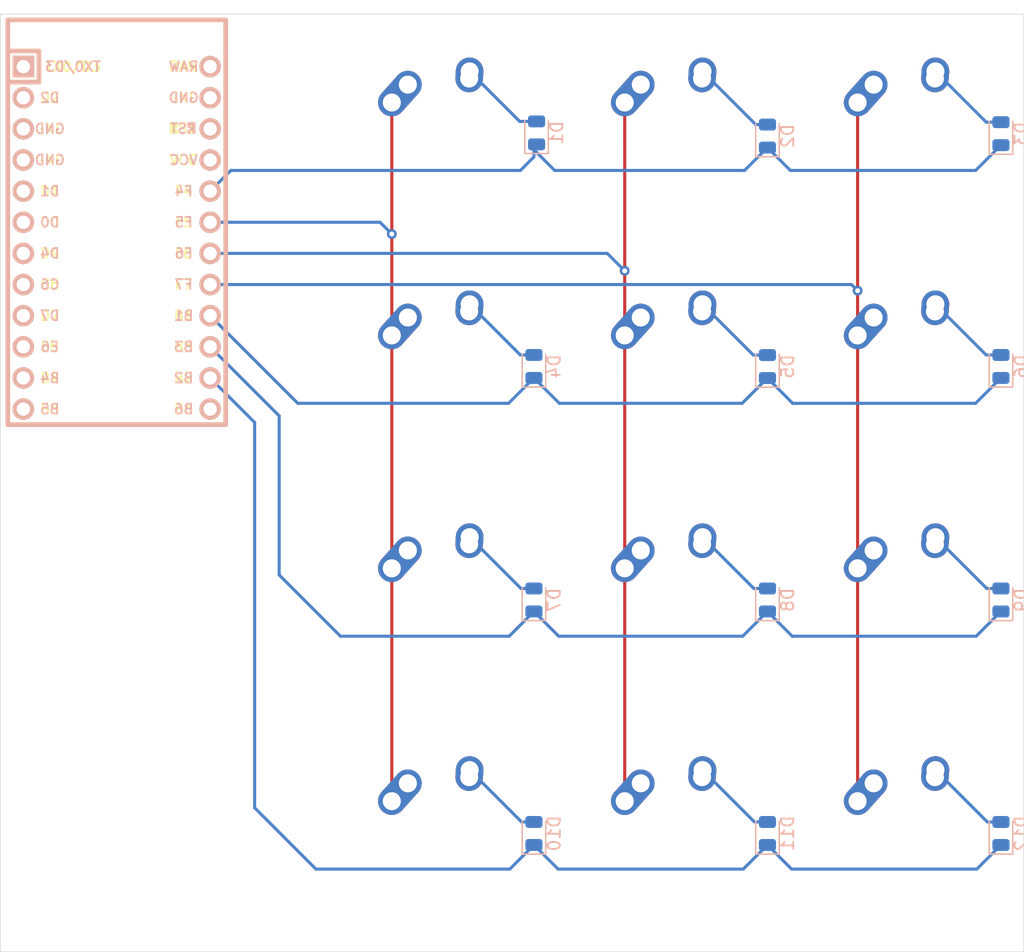
<source format=kicad_pcb>
(kicad_pcb (version 20171130) (host pcbnew "(5.1.4)-1")

  (general
    (thickness 1.6)
    (drawings 6)
    (tracks 117)
    (zones 0)
    (modules 25)
    (nets 37)
  )

  (page A4)
  (layers
    (0 F.Cu signal)
    (31 B.Cu signal)
    (32 B.Adhes user)
    (33 F.Adhes user)
    (34 B.Paste user)
    (35 F.Paste user)
    (36 B.SilkS user hide)
    (37 F.SilkS user)
    (38 B.Mask user)
    (39 F.Mask user)
    (40 Dwgs.User user)
    (41 Cmts.User user)
    (42 Eco1.User user)
    (43 Eco2.User user)
    (44 Edge.Cuts user)
    (45 Margin user)
    (46 B.CrtYd user)
    (47 F.CrtYd user)
    (48 B.Fab user)
    (49 F.Fab user)
  )

  (setup
    (last_trace_width 0.25)
    (trace_clearance 0.2)
    (zone_clearance 0.508)
    (zone_45_only no)
    (trace_min 0.2)
    (via_size 0.8)
    (via_drill 0.4)
    (via_min_size 0.4)
    (via_min_drill 0.3)
    (uvia_size 0.3)
    (uvia_drill 0.1)
    (uvias_allowed no)
    (uvia_min_size 0.2)
    (uvia_min_drill 0.1)
    (edge_width 0.05)
    (segment_width 0.2)
    (pcb_text_width 0.3)
    (pcb_text_size 1.5 1.5)
    (mod_edge_width 0.12)
    (mod_text_size 1 1)
    (mod_text_width 0.15)
    (pad_size 1.524 1.524)
    (pad_drill 0.762)
    (pad_to_mask_clearance 0.051)
    (solder_mask_min_width 0.25)
    (aux_axis_origin 0 0)
    (visible_elements 7FFFFFFF)
    (pcbplotparams
      (layerselection 0x010fc_ffffffff)
      (usegerberextensions false)
      (usegerberattributes false)
      (usegerberadvancedattributes false)
      (creategerberjobfile false)
      (excludeedgelayer true)
      (linewidth 0.100000)
      (plotframeref false)
      (viasonmask false)
      (mode 1)
      (useauxorigin false)
      (hpglpennumber 1)
      (hpglpenspeed 20)
      (hpglpendiameter 15.000000)
      (psnegative false)
      (psa4output false)
      (plotreference true)
      (plotvalue true)
      (plotinvisibletext false)
      (padsonsilk false)
      (subtractmaskfromsilk false)
      (outputformat 1)
      (mirror false)
      (drillshape 1)
      (scaleselection 1)
      (outputdirectory ""))
  )

  (net 0 "")
  (net 1 "Net-(D1-Pad2)")
  (net 2 ROW0)
  (net 3 "Net-(D2-Pad2)")
  (net 4 "Net-(D3-Pad2)")
  (net 5 ROW1)
  (net 6 "Net-(D4-Pad2)")
  (net 7 "Net-(D5-Pad2)")
  (net 8 "Net-(D6-Pad2)")
  (net 9 "Net-(D7-Pad2)")
  (net 10 ROW2)
  (net 11 "Net-(D8-Pad2)")
  (net 12 "Net-(D9-Pad2)")
  (net 13 ROW3)
  (net 14 "Net-(D10-Pad2)")
  (net 15 "Net-(D11-Pad2)")
  (net 16 "Net-(D12-Pad2)")
  (net 17 COL0)
  (net 18 COL1)
  (net 19 COL2)
  (net 20 "Net-(U1-Pad1)")
  (net 21 "Net-(U1-Pad2)")
  (net 22 "Net-(U1-Pad3)")
  (net 23 "Net-(U1-Pad4)")
  (net 24 "Net-(U1-Pad5)")
  (net 25 "Net-(U1-Pad6)")
  (net 26 "Net-(U1-Pad7)")
  (net 27 "Net-(U1-Pad8)")
  (net 28 "Net-(U1-Pad9)")
  (net 29 "Net-(U1-Pad10)")
  (net 30 "Net-(U1-Pad11)")
  (net 31 "Net-(U1-Pad13)")
  (net 32 "Net-(U1-Pad21)")
  (net 33 "Net-(U1-Pad22)")
  (net 34 "Net-(U1-Pad23)")
  (net 35 "Net-(U1-Pad12)")
  (net 36 "Net-(U1-Pad24)")

  (net_class Default "This is the default net class."
    (clearance 0.2)
    (trace_width 0.25)
    (via_dia 0.8)
    (via_drill 0.4)
    (uvia_dia 0.3)
    (uvia_drill 0.1)
    (add_net COL0)
    (add_net COL1)
    (add_net COL2)
    (add_net "Net-(D1-Pad2)")
    (add_net "Net-(D10-Pad2)")
    (add_net "Net-(D11-Pad2)")
    (add_net "Net-(D12-Pad2)")
    (add_net "Net-(D2-Pad2)")
    (add_net "Net-(D3-Pad2)")
    (add_net "Net-(D4-Pad2)")
    (add_net "Net-(D5-Pad2)")
    (add_net "Net-(D6-Pad2)")
    (add_net "Net-(D7-Pad2)")
    (add_net "Net-(D8-Pad2)")
    (add_net "Net-(D9-Pad2)")
    (add_net "Net-(U1-Pad1)")
    (add_net "Net-(U1-Pad10)")
    (add_net "Net-(U1-Pad11)")
    (add_net "Net-(U1-Pad12)")
    (add_net "Net-(U1-Pad13)")
    (add_net "Net-(U1-Pad2)")
    (add_net "Net-(U1-Pad21)")
    (add_net "Net-(U1-Pad22)")
    (add_net "Net-(U1-Pad23)")
    (add_net "Net-(U1-Pad24)")
    (add_net "Net-(U1-Pad3)")
    (add_net "Net-(U1-Pad4)")
    (add_net "Net-(U1-Pad5)")
    (add_net "Net-(U1-Pad6)")
    (add_net "Net-(U1-Pad7)")
    (add_net "Net-(U1-Pad8)")
    (add_net "Net-(U1-Pad9)")
    (add_net ROW0)
    (add_net ROW1)
    (add_net ROW2)
    (add_net ROW3)
  )

  (module MX_Alps_Hybrid:MX-1U-NoLED (layer F.Cu) (tedit 5A9F5203) (tstamp 5F41E0A7)
    (at 193 79)
    (path /5F462B28)
    (fp_text reference MX6 (at 0 3.175) (layer Dwgs.User)
      (effects (font (size 1 1) (thickness 0.15)))
    )
    (fp_text value MX-NoLED (at 0 -7.9375) (layer Dwgs.User)
      (effects (font (size 1 1) (thickness 0.15)))
    )
    (fp_line (start 5 -7) (end 7 -7) (layer Dwgs.User) (width 0.15))
    (fp_line (start 7 -7) (end 7 -5) (layer Dwgs.User) (width 0.15))
    (fp_line (start 5 7) (end 7 7) (layer Dwgs.User) (width 0.15))
    (fp_line (start 7 7) (end 7 5) (layer Dwgs.User) (width 0.15))
    (fp_line (start -7 5) (end -7 7) (layer Dwgs.User) (width 0.15))
    (fp_line (start -7 7) (end -5 7) (layer Dwgs.User) (width 0.15))
    (fp_line (start -5 -7) (end -7 -7) (layer Dwgs.User) (width 0.15))
    (fp_line (start -7 -7) (end -7 -5) (layer Dwgs.User) (width 0.15))
    (fp_line (start -9.525 -9.525) (end 9.525 -9.525) (layer Dwgs.User) (width 0.15))
    (fp_line (start 9.525 -9.525) (end 9.525 9.525) (layer Dwgs.User) (width 0.15))
    (fp_line (start 9.525 9.525) (end -9.525 9.525) (layer Dwgs.User) (width 0.15))
    (fp_line (start -9.525 9.525) (end -9.525 -9.525) (layer Dwgs.User) (width 0.15))
    (pad 2 thru_hole oval (at 2.5 -4.5 86.0548) (size 2.831378 2.25) (drill 1.47 (offset 0.290689 0)) (layers *.Cu B.Mask)
      (net 8 "Net-(D6-Pad2)"))
    (pad 2 thru_hole circle (at 2.54 -5.08) (size 2.25 2.25) (drill 1.47) (layers *.Cu B.Mask)
      (net 8 "Net-(D6-Pad2)"))
    (pad 1 thru_hole oval (at -3.81 -2.54 48.0996) (size 4.211556 2.25) (drill 1.47 (offset 0.980778 0)) (layers *.Cu B.Mask)
      (net 19 COL2))
    (pad "" np_thru_hole circle (at 0 0) (size 3.9878 3.9878) (drill 3.9878) (layers *.Cu *.Mask))
    (pad 1 thru_hole circle (at -2.5 -4) (size 2.25 2.25) (drill 1.47) (layers *.Cu B.Mask)
      (net 19 COL2))
    (pad "" np_thru_hole circle (at -5.08 0 48.0996) (size 1.75 1.75) (drill 1.75) (layers *.Cu *.Mask))
    (pad "" np_thru_hole circle (at 5.08 0 48.0996) (size 1.75 1.75) (drill 1.75) (layers *.Cu *.Mask))
  )

  (module MX_Alps_Hybrid:MX-1U-NoLED (layer F.Cu) (tedit 5A9F5203) (tstamp 5F41E0D5)
    (at 174 98)
    (path /5F467A03)
    (fp_text reference MX8 (at 0 3.175) (layer Dwgs.User)
      (effects (font (size 1 1) (thickness 0.15)))
    )
    (fp_text value MX-NoLED (at 0 -7.9375) (layer Dwgs.User)
      (effects (font (size 1 1) (thickness 0.15)))
    )
    (fp_line (start -9.525 9.525) (end -9.525 -9.525) (layer Dwgs.User) (width 0.15))
    (fp_line (start 9.525 9.525) (end -9.525 9.525) (layer Dwgs.User) (width 0.15))
    (fp_line (start 9.525 -9.525) (end 9.525 9.525) (layer Dwgs.User) (width 0.15))
    (fp_line (start -9.525 -9.525) (end 9.525 -9.525) (layer Dwgs.User) (width 0.15))
    (fp_line (start -7 -7) (end -7 -5) (layer Dwgs.User) (width 0.15))
    (fp_line (start -5 -7) (end -7 -7) (layer Dwgs.User) (width 0.15))
    (fp_line (start -7 7) (end -5 7) (layer Dwgs.User) (width 0.15))
    (fp_line (start -7 5) (end -7 7) (layer Dwgs.User) (width 0.15))
    (fp_line (start 7 7) (end 7 5) (layer Dwgs.User) (width 0.15))
    (fp_line (start 5 7) (end 7 7) (layer Dwgs.User) (width 0.15))
    (fp_line (start 7 -7) (end 7 -5) (layer Dwgs.User) (width 0.15))
    (fp_line (start 5 -7) (end 7 -7) (layer Dwgs.User) (width 0.15))
    (pad "" np_thru_hole circle (at 5.08 0 48.0996) (size 1.75 1.75) (drill 1.75) (layers *.Cu *.Mask))
    (pad "" np_thru_hole circle (at -5.08 0 48.0996) (size 1.75 1.75) (drill 1.75) (layers *.Cu *.Mask))
    (pad 1 thru_hole circle (at -2.5 -4) (size 2.25 2.25) (drill 1.47) (layers *.Cu B.Mask)
      (net 18 COL1))
    (pad "" np_thru_hole circle (at 0 0) (size 3.9878 3.9878) (drill 3.9878) (layers *.Cu *.Mask))
    (pad 1 thru_hole oval (at -3.81 -2.54 48.0996) (size 4.211556 2.25) (drill 1.47 (offset 0.980778 0)) (layers *.Cu B.Mask)
      (net 18 COL1))
    (pad 2 thru_hole circle (at 2.54 -5.08) (size 2.25 2.25) (drill 1.47) (layers *.Cu B.Mask)
      (net 11 "Net-(D8-Pad2)"))
    (pad 2 thru_hole oval (at 2.5 -4.5 86.0548) (size 2.831378 2.25) (drill 1.47 (offset 0.290689 0)) (layers *.Cu B.Mask)
      (net 11 "Net-(D8-Pad2)"))
  )

  (module MX_Alps_Hybrid:MX-1U-NoLED (layer F.Cu) (tedit 5A9F5203) (tstamp 5F41E11A)
    (at 174 117)
    (path /5F468B23)
    (fp_text reference MX11 (at 0 3.175) (layer Dwgs.User)
      (effects (font (size 1 1) (thickness 0.15)))
    )
    (fp_text value MX-NoLED (at 0 -7.9375) (layer Dwgs.User)
      (effects (font (size 1 1) (thickness 0.15)))
    )
    (fp_line (start 5 -7) (end 7 -7) (layer Dwgs.User) (width 0.15))
    (fp_line (start 7 -7) (end 7 -5) (layer Dwgs.User) (width 0.15))
    (fp_line (start 5 7) (end 7 7) (layer Dwgs.User) (width 0.15))
    (fp_line (start 7 7) (end 7 5) (layer Dwgs.User) (width 0.15))
    (fp_line (start -7 5) (end -7 7) (layer Dwgs.User) (width 0.15))
    (fp_line (start -7 7) (end -5 7) (layer Dwgs.User) (width 0.15))
    (fp_line (start -5 -7) (end -7 -7) (layer Dwgs.User) (width 0.15))
    (fp_line (start -7 -7) (end -7 -5) (layer Dwgs.User) (width 0.15))
    (fp_line (start -9.525 -9.525) (end 9.525 -9.525) (layer Dwgs.User) (width 0.15))
    (fp_line (start 9.525 -9.525) (end 9.525 9.525) (layer Dwgs.User) (width 0.15))
    (fp_line (start 9.525 9.525) (end -9.525 9.525) (layer Dwgs.User) (width 0.15))
    (fp_line (start -9.525 9.525) (end -9.525 -9.525) (layer Dwgs.User) (width 0.15))
    (pad 2 thru_hole oval (at 2.5 -4.5 86.0548) (size 2.831378 2.25) (drill 1.47 (offset 0.290689 0)) (layers *.Cu B.Mask)
      (net 15 "Net-(D11-Pad2)"))
    (pad 2 thru_hole circle (at 2.54 -5.08) (size 2.25 2.25) (drill 1.47) (layers *.Cu B.Mask)
      (net 15 "Net-(D11-Pad2)"))
    (pad 1 thru_hole oval (at -3.81 -2.54 48.0996) (size 4.211556 2.25) (drill 1.47 (offset 0.980778 0)) (layers *.Cu B.Mask)
      (net 18 COL1))
    (pad "" np_thru_hole circle (at 0 0) (size 3.9878 3.9878) (drill 3.9878) (layers *.Cu *.Mask))
    (pad 1 thru_hole circle (at -2.5 -4) (size 2.25 2.25) (drill 1.47) (layers *.Cu B.Mask)
      (net 18 COL1))
    (pad "" np_thru_hole circle (at -5.08 0 48.0996) (size 1.75 1.75) (drill 1.75) (layers *.Cu *.Mask))
    (pad "" np_thru_hole circle (at 5.08 0 48.0996) (size 1.75 1.75) (drill 1.75) (layers *.Cu *.Mask))
  )

  (module Diode_SMD:D_0805_2012Metric (layer B.Cu) (tedit 5B36C52B) (tstamp 5F41EF60)
    (at 200.886 60 90)
    (descr "Diode SMD 0805 (2012 Metric), square (rectangular) end terminal, IPC_7351 nominal, (Body size source: https://docs.google.com/spreadsheets/d/1BsfQQcO9C6DZCsRaXUlFlo91Tg2WpOkGARC1WS5S8t0/edit?usp=sharing), generated with kicad-footprint-generator")
    (tags diode)
    (path /5F46972A)
    (attr smd)
    (fp_text reference D3 (at 0 1.65 270) (layer B.SilkS)
      (effects (font (size 1 1) (thickness 0.15)) (justify mirror))
    )
    (fp_text value D_Small (at 0 -1.65 270) (layer B.Fab)
      (effects (font (size 1 1) (thickness 0.15)) (justify mirror))
    )
    (fp_text user %R (at 0 0 180) (layer B.Fab)
      (effects (font (size 0.5 0.5) (thickness 0.08)) (justify mirror))
    )
    (fp_line (start 1.68 -0.95) (end -1.68 -0.95) (layer B.CrtYd) (width 0.05))
    (fp_line (start 1.68 0.95) (end 1.68 -0.95) (layer B.CrtYd) (width 0.05))
    (fp_line (start -1.68 0.95) (end 1.68 0.95) (layer B.CrtYd) (width 0.05))
    (fp_line (start -1.68 -0.95) (end -1.68 0.95) (layer B.CrtYd) (width 0.05))
    (fp_line (start -1.685 -0.96) (end 1 -0.96) (layer B.SilkS) (width 0.12))
    (fp_line (start -1.685 0.96) (end -1.685 -0.96) (layer B.SilkS) (width 0.12))
    (fp_line (start 1 0.96) (end -1.685 0.96) (layer B.SilkS) (width 0.12))
    (fp_line (start 1 -0.6) (end 1 0.6) (layer B.Fab) (width 0.1))
    (fp_line (start -1 -0.6) (end 1 -0.6) (layer B.Fab) (width 0.1))
    (fp_line (start -1 0.3) (end -1 -0.6) (layer B.Fab) (width 0.1))
    (fp_line (start -0.7 0.6) (end -1 0.3) (layer B.Fab) (width 0.1))
    (fp_line (start 1 0.6) (end -0.7 0.6) (layer B.Fab) (width 0.1))
    (pad 2 smd roundrect (at 0.9375 0 90) (size 0.975 1.4) (layers B.Cu B.Paste B.Mask) (roundrect_rratio 0.25)
      (net 4 "Net-(D3-Pad2)"))
    (pad 1 smd roundrect (at -0.9375 0 90) (size 0.975 1.4) (layers B.Cu B.Paste B.Mask) (roundrect_rratio 0.25)
      (net 2 ROW0))
    (model ${KISYS3DMOD}/Diode_SMD.3dshapes/D_0805_2012Metric.wrl
      (at (xyz 0 0 0))
      (scale (xyz 1 1 1))
      (rotate (xyz 0 0 0))
    )
  )

  (module Diode_SMD:D_0805_2012Metric (layer B.Cu) (tedit 5B36C52B) (tstamp 5F41F313)
    (at 162.786 98.0425 90)
    (descr "Diode SMD 0805 (2012 Metric), square (rectangular) end terminal, IPC_7351 nominal, (Body size source: https://docs.google.com/spreadsheets/d/1BsfQQcO9C6DZCsRaXUlFlo91Tg2WpOkGARC1WS5S8t0/edit?usp=sharing), generated with kicad-footprint-generator")
    (tags diode)
    (path /5F46B0D4)
    (attr smd)
    (fp_text reference D7 (at 0 1.65 90) (layer B.SilkS)
      (effects (font (size 1 1) (thickness 0.15)) (justify mirror))
    )
    (fp_text value D_Small (at 0 -1.65 270) (layer B.Fab)
      (effects (font (size 1 1) (thickness 0.15)) (justify mirror))
    )
    (fp_text user %R (at 0 0) (layer B.Fab)
      (effects (font (size 0.5 0.5) (thickness 0.08)) (justify mirror))
    )
    (fp_line (start 1.68 -0.95) (end -1.68 -0.95) (layer B.CrtYd) (width 0.05))
    (fp_line (start 1.68 0.95) (end 1.68 -0.95) (layer B.CrtYd) (width 0.05))
    (fp_line (start -1.68 0.95) (end 1.68 0.95) (layer B.CrtYd) (width 0.05))
    (fp_line (start -1.68 -0.95) (end -1.68 0.95) (layer B.CrtYd) (width 0.05))
    (fp_line (start -1.685 -0.96) (end 1 -0.96) (layer B.SilkS) (width 0.12))
    (fp_line (start -1.685 0.96) (end -1.685 -0.96) (layer B.SilkS) (width 0.12))
    (fp_line (start 1 0.96) (end -1.685 0.96) (layer B.SilkS) (width 0.12))
    (fp_line (start 1 -0.6) (end 1 0.6) (layer B.Fab) (width 0.1))
    (fp_line (start -1 -0.6) (end 1 -0.6) (layer B.Fab) (width 0.1))
    (fp_line (start -1 0.3) (end -1 -0.6) (layer B.Fab) (width 0.1))
    (fp_line (start -0.7 0.6) (end -1 0.3) (layer B.Fab) (width 0.1))
    (fp_line (start 1 0.6) (end -0.7 0.6) (layer B.Fab) (width 0.1))
    (pad 2 smd roundrect (at 0.9375 0 90) (size 0.975 1.4) (layers B.Cu B.Paste B.Mask) (roundrect_rratio 0.25)
      (net 9 "Net-(D7-Pad2)"))
    (pad 1 smd roundrect (at -0.9375 0 90) (size 0.975 1.4) (layers B.Cu B.Paste B.Mask) (roundrect_rratio 0.25)
      (net 10 ROW2))
    (model ${KISYS3DMOD}/Diode_SMD.3dshapes/D_0805_2012Metric.wrl
      (at (xyz 0 0 0))
      (scale (xyz 1 1 1))
      (rotate (xyz 0 0 0))
    )
  )

  (module Diode_SMD:D_0805_2012Metric (layer B.Cu) (tedit 5B36C52B) (tstamp 5F41E01D)
    (at 200.886 117.0925 90)
    (descr "Diode SMD 0805 (2012 Metric), square (rectangular) end terminal, IPC_7351 nominal, (Body size source: https://docs.google.com/spreadsheets/d/1BsfQQcO9C6DZCsRaXUlFlo91Tg2WpOkGARC1WS5S8t0/edit?usp=sharing), generated with kicad-footprint-generator")
    (tags diode)
    (path /5F46BFB7)
    (attr smd)
    (fp_text reference D12 (at 0 1.65 270) (layer B.SilkS)
      (effects (font (size 1 1) (thickness 0.15)) (justify mirror))
    )
    (fp_text value D_Small (at 0 -1.65 270) (layer B.Fab)
      (effects (font (size 1 1) (thickness 0.15)) (justify mirror))
    )
    (fp_line (start 1 0.6) (end -0.7 0.6) (layer B.Fab) (width 0.1))
    (fp_line (start -0.7 0.6) (end -1 0.3) (layer B.Fab) (width 0.1))
    (fp_line (start -1 0.3) (end -1 -0.6) (layer B.Fab) (width 0.1))
    (fp_line (start -1 -0.6) (end 1 -0.6) (layer B.Fab) (width 0.1))
    (fp_line (start 1 -0.6) (end 1 0.6) (layer B.Fab) (width 0.1))
    (fp_line (start 1 0.96) (end -1.685 0.96) (layer B.SilkS) (width 0.12))
    (fp_line (start -1.685 0.96) (end -1.685 -0.96) (layer B.SilkS) (width 0.12))
    (fp_line (start -1.685 -0.96) (end 1 -0.96) (layer B.SilkS) (width 0.12))
    (fp_line (start -1.68 -0.95) (end -1.68 0.95) (layer B.CrtYd) (width 0.05))
    (fp_line (start -1.68 0.95) (end 1.68 0.95) (layer B.CrtYd) (width 0.05))
    (fp_line (start 1.68 0.95) (end 1.68 -0.95) (layer B.CrtYd) (width 0.05))
    (fp_line (start 1.68 -0.95) (end -1.68 -0.95) (layer B.CrtYd) (width 0.05))
    (fp_text user %R (at 0 0 180) (layer B.Fab)
      (effects (font (size 0.5 0.5) (thickness 0.08)) (justify mirror))
    )
    (pad 1 smd roundrect (at -0.9375 0 90) (size 0.975 1.4) (layers B.Cu B.Paste B.Mask) (roundrect_rratio 0.25)
      (net 13 ROW3))
    (pad 2 smd roundrect (at 0.9375 0 90) (size 0.975 1.4) (layers B.Cu B.Paste B.Mask) (roundrect_rratio 0.25)
      (net 16 "Net-(D12-Pad2)"))
    (model ${KISYS3DMOD}/Diode_SMD.3dshapes/D_0805_2012Metric.wrl
      (at (xyz 0 0 0))
      (scale (xyz 1 1 1))
      (rotate (xyz 0 0 0))
    )
  )

  (module MX_Alps_Hybrid:MX-1U-NoLED (layer F.Cu) (tedit 5A9F5203) (tstamp 5F41E04B)
    (at 174 60)
    (path /5F461EA1)
    (fp_text reference MX2 (at 0 3.175) (layer Dwgs.User)
      (effects (font (size 1 1) (thickness 0.15)))
    )
    (fp_text value MX-NoLED (at 0 -7.9375) (layer Dwgs.User)
      (effects (font (size 1 1) (thickness 0.15)))
    )
    (fp_line (start 5 -7) (end 7 -7) (layer Dwgs.User) (width 0.15))
    (fp_line (start 7 -7) (end 7 -5) (layer Dwgs.User) (width 0.15))
    (fp_line (start 5 7) (end 7 7) (layer Dwgs.User) (width 0.15))
    (fp_line (start 7 7) (end 7 5) (layer Dwgs.User) (width 0.15))
    (fp_line (start -7 5) (end -7 7) (layer Dwgs.User) (width 0.15))
    (fp_line (start -7 7) (end -5 7) (layer Dwgs.User) (width 0.15))
    (fp_line (start -5 -7) (end -7 -7) (layer Dwgs.User) (width 0.15))
    (fp_line (start -7 -7) (end -7 -5) (layer Dwgs.User) (width 0.15))
    (fp_line (start -9.525 -9.525) (end 9.525 -9.525) (layer Dwgs.User) (width 0.15))
    (fp_line (start 9.525 -9.525) (end 9.525 9.525) (layer Dwgs.User) (width 0.15))
    (fp_line (start 9.525 9.525) (end -9.525 9.525) (layer Dwgs.User) (width 0.15))
    (fp_line (start -9.525 9.525) (end -9.525 -9.525) (layer Dwgs.User) (width 0.15))
    (pad 2 thru_hole oval (at 2.5 -4.5 86.0548) (size 2.831378 2.25) (drill 1.47 (offset 0.290689 0)) (layers *.Cu B.Mask)
      (net 3 "Net-(D2-Pad2)"))
    (pad 2 thru_hole circle (at 2.54 -5.08) (size 2.25 2.25) (drill 1.47) (layers *.Cu B.Mask)
      (net 3 "Net-(D2-Pad2)"))
    (pad 1 thru_hole oval (at -3.81 -2.54 48.0996) (size 4.211556 2.25) (drill 1.47 (offset 0.980778 0)) (layers *.Cu B.Mask)
      (net 18 COL1))
    (pad "" np_thru_hole circle (at 0 0) (size 3.9878 3.9878) (drill 3.9878) (layers *.Cu *.Mask))
    (pad 1 thru_hole circle (at -2.5 -4) (size 2.25 2.25) (drill 1.47) (layers *.Cu B.Mask)
      (net 18 COL1))
    (pad "" np_thru_hole circle (at -5.08 0 48.0996) (size 1.75 1.75) (drill 1.75) (layers *.Cu *.Mask))
    (pad "" np_thru_hole circle (at 5.08 0 48.0996) (size 1.75 1.75) (drill 1.75) (layers *.Cu *.Mask))
  )

  (module Diode_SMD:D_0805_2012Metric (layer B.Cu) (tedit 5B36C52B) (tstamp 5F41DFAB)
    (at 200.886 78.9925 90)
    (descr "Diode SMD 0805 (2012 Metric), square (rectangular) end terminal, IPC_7351 nominal, (Body size source: https://docs.google.com/spreadsheets/d/1BsfQQcO9C6DZCsRaXUlFlo91Tg2WpOkGARC1WS5S8t0/edit?usp=sharing), generated with kicad-footprint-generator")
    (tags diode)
    (path /5F46A60D)
    (attr smd)
    (fp_text reference D6 (at 0 1.65 90) (layer B.SilkS)
      (effects (font (size 1 1) (thickness 0.15)) (justify mirror))
    )
    (fp_text value D_Small (at 0 -1.65 90) (layer B.Fab)
      (effects (font (size 1 1) (thickness 0.15)) (justify mirror))
    )
    (fp_line (start 1 0.6) (end -0.7 0.6) (layer B.Fab) (width 0.1))
    (fp_line (start -0.7 0.6) (end -1 0.3) (layer B.Fab) (width 0.1))
    (fp_line (start -1 0.3) (end -1 -0.6) (layer B.Fab) (width 0.1))
    (fp_line (start -1 -0.6) (end 1 -0.6) (layer B.Fab) (width 0.1))
    (fp_line (start 1 -0.6) (end 1 0.6) (layer B.Fab) (width 0.1))
    (fp_line (start 1 0.96) (end -1.685 0.96) (layer B.SilkS) (width 0.12))
    (fp_line (start -1.685 0.96) (end -1.685 -0.96) (layer B.SilkS) (width 0.12))
    (fp_line (start -1.685 -0.96) (end 1 -0.96) (layer B.SilkS) (width 0.12))
    (fp_line (start -1.68 -0.95) (end -1.68 0.95) (layer B.CrtYd) (width 0.05))
    (fp_line (start -1.68 0.95) (end 1.68 0.95) (layer B.CrtYd) (width 0.05))
    (fp_line (start 1.68 0.95) (end 1.68 -0.95) (layer B.CrtYd) (width 0.05))
    (fp_line (start 1.68 -0.95) (end -1.68 -0.95) (layer B.CrtYd) (width 0.05))
    (fp_text user %R (at 0 0 90) (layer B.Fab)
      (effects (font (size 0.5 0.5) (thickness 0.08)) (justify mirror))
    )
    (pad 1 smd roundrect (at -0.9375 0 90) (size 0.975 1.4) (layers B.Cu B.Paste B.Mask) (roundrect_rratio 0.25)
      (net 5 ROW1))
    (pad 2 smd roundrect (at 0.9375 0 90) (size 0.975 1.4) (layers B.Cu B.Paste B.Mask) (roundrect_rratio 0.25)
      (net 8 "Net-(D6-Pad2)"))
    (model ${KISYS3DMOD}/Diode_SMD.3dshapes/D_0805_2012Metric.wrl
      (at (xyz 0 0 0))
      (scale (xyz 1 1 1))
      (rotate (xyz 0 0 0))
    )
  )

  (module MX_Alps_Hybrid:MX-1U-NoLED (layer F.Cu) (tedit 5A9F5203) (tstamp 5F41E079)
    (at 155 79)
    (path /5F4637DC)
    (fp_text reference MX4 (at 0 3.175) (layer Dwgs.User)
      (effects (font (size 1 1) (thickness 0.15)))
    )
    (fp_text value MX-NoLED (at 0 -7.9375) (layer Dwgs.User)
      (effects (font (size 1 1) (thickness 0.15)))
    )
    (fp_line (start -9.525 9.525) (end -9.525 -9.525) (layer Dwgs.User) (width 0.15))
    (fp_line (start 9.525 9.525) (end -9.525 9.525) (layer Dwgs.User) (width 0.15))
    (fp_line (start 9.525 -9.525) (end 9.525 9.525) (layer Dwgs.User) (width 0.15))
    (fp_line (start -9.525 -9.525) (end 9.525 -9.525) (layer Dwgs.User) (width 0.15))
    (fp_line (start -7 -7) (end -7 -5) (layer Dwgs.User) (width 0.15))
    (fp_line (start -5 -7) (end -7 -7) (layer Dwgs.User) (width 0.15))
    (fp_line (start -7 7) (end -5 7) (layer Dwgs.User) (width 0.15))
    (fp_line (start -7 5) (end -7 7) (layer Dwgs.User) (width 0.15))
    (fp_line (start 7 7) (end 7 5) (layer Dwgs.User) (width 0.15))
    (fp_line (start 5 7) (end 7 7) (layer Dwgs.User) (width 0.15))
    (fp_line (start 7 -7) (end 7 -5) (layer Dwgs.User) (width 0.15))
    (fp_line (start 5 -7) (end 7 -7) (layer Dwgs.User) (width 0.15))
    (pad "" np_thru_hole circle (at 5.08 0 48.0996) (size 1.75 1.75) (drill 1.75) (layers *.Cu *.Mask))
    (pad "" np_thru_hole circle (at -5.08 0 48.0996) (size 1.75 1.75) (drill 1.75) (layers *.Cu *.Mask))
    (pad 1 thru_hole circle (at -2.5 -4) (size 2.25 2.25) (drill 1.47) (layers *.Cu B.Mask)
      (net 17 COL0))
    (pad "" np_thru_hole circle (at 0 0) (size 3.9878 3.9878) (drill 3.9878) (layers *.Cu *.Mask))
    (pad 1 thru_hole oval (at -3.81 -2.54 48.0996) (size 4.211556 2.25) (drill 1.47 (offset 0.980778 0)) (layers *.Cu B.Mask)
      (net 17 COL0))
    (pad 2 thru_hole circle (at 2.54 -5.08) (size 2.25 2.25) (drill 1.47) (layers *.Cu B.Mask)
      (net 6 "Net-(D4-Pad2)"))
    (pad 2 thru_hole oval (at 2.5 -4.5 86.0548) (size 2.831378 2.25) (drill 1.47 (offset 0.290689 0)) (layers *.Cu B.Mask)
      (net 6 "Net-(D4-Pad2)"))
  )

  (module Diode_SMD:D_0805_2012Metric (layer B.Cu) (tedit 5B36C52B) (tstamp 5F41EDD1)
    (at 163 59.9375 90)
    (descr "Diode SMD 0805 (2012 Metric), square (rectangular) end terminal, IPC_7351 nominal, (Body size source: https://docs.google.com/spreadsheets/d/1BsfQQcO9C6DZCsRaXUlFlo91Tg2WpOkGARC1WS5S8t0/edit?usp=sharing), generated with kicad-footprint-generator")
    (tags diode)
    (path /5F460DE4)
    (attr smd)
    (fp_text reference D1 (at 0 1.65 90) (layer B.SilkS)
      (effects (font (size 1 1) (thickness 0.15)) (justify mirror))
    )
    (fp_text value D_Small (at 0 -1.65 90) (layer B.Fab)
      (effects (font (size 1 1) (thickness 0.15)) (justify mirror))
    )
    (fp_text user %R (at 0 0 90) (layer B.Fab)
      (effects (font (size 0.5 0.5) (thickness 0.08)) (justify mirror))
    )
    (fp_line (start 1.68 -0.95) (end -1.68 -0.95) (layer B.CrtYd) (width 0.05))
    (fp_line (start 1.68 0.95) (end 1.68 -0.95) (layer B.CrtYd) (width 0.05))
    (fp_line (start -1.68 0.95) (end 1.68 0.95) (layer B.CrtYd) (width 0.05))
    (fp_line (start -1.68 -0.95) (end -1.68 0.95) (layer B.CrtYd) (width 0.05))
    (fp_line (start -1.685 -0.96) (end 1 -0.96) (layer B.SilkS) (width 0.12))
    (fp_line (start -1.685 0.96) (end -1.685 -0.96) (layer B.SilkS) (width 0.12))
    (fp_line (start 1 0.96) (end -1.685 0.96) (layer B.SilkS) (width 0.12))
    (fp_line (start 1 -0.6) (end 1 0.6) (layer B.Fab) (width 0.1))
    (fp_line (start -1 -0.6) (end 1 -0.6) (layer B.Fab) (width 0.1))
    (fp_line (start -1 0.3) (end -1 -0.6) (layer B.Fab) (width 0.1))
    (fp_line (start -0.7 0.6) (end -1 0.3) (layer B.Fab) (width 0.1))
    (fp_line (start 1 0.6) (end -0.7 0.6) (layer B.Fab) (width 0.1))
    (pad 2 smd roundrect (at 0.9375 0 90) (size 0.975 1.4) (layers B.Cu B.Paste B.Mask) (roundrect_rratio 0.25)
      (net 1 "Net-(D1-Pad2)"))
    (pad 1 smd roundrect (at -0.9375 0 90) (size 0.975 1.4) (layers B.Cu B.Paste B.Mask) (roundrect_rratio 0.25)
      (net 2 ROW0))
    (model ${KISYS3DMOD}/Diode_SMD.3dshapes/D_0805_2012Metric.wrl
      (at (xyz 0 0 0))
      (scale (xyz 1 1 1))
      (rotate (xyz 0 0 0))
    )
  )

  (module Diode_SMD:D_0805_2012Metric (layer B.Cu) (tedit 5B36C52B) (tstamp 5F41DF85)
    (at 162.786 78.9925 90)
    (descr "Diode SMD 0805 (2012 Metric), square (rectangular) end terminal, IPC_7351 nominal, (Body size source: https://docs.google.com/spreadsheets/d/1BsfQQcO9C6DZCsRaXUlFlo91Tg2WpOkGARC1WS5S8t0/edit?usp=sharing), generated with kicad-footprint-generator")
    (tags diode)
    (path /5F469BA0)
    (attr smd)
    (fp_text reference D4 (at 0 1.65 270) (layer B.SilkS)
      (effects (font (size 1 1) (thickness 0.15)) (justify mirror))
    )
    (fp_text value D_Small (at 0 -1.65 270) (layer B.Fab)
      (effects (font (size 1 1) (thickness 0.15)) (justify mirror))
    )
    (fp_line (start 1 0.6) (end -0.7 0.6) (layer B.Fab) (width 0.1))
    (fp_line (start -0.7 0.6) (end -1 0.3) (layer B.Fab) (width 0.1))
    (fp_line (start -1 0.3) (end -1 -0.6) (layer B.Fab) (width 0.1))
    (fp_line (start -1 -0.6) (end 1 -0.6) (layer B.Fab) (width 0.1))
    (fp_line (start 1 -0.6) (end 1 0.6) (layer B.Fab) (width 0.1))
    (fp_line (start 1 0.96) (end -1.685 0.96) (layer B.SilkS) (width 0.12))
    (fp_line (start -1.685 0.96) (end -1.685 -0.96) (layer B.SilkS) (width 0.12))
    (fp_line (start -1.685 -0.96) (end 1 -0.96) (layer B.SilkS) (width 0.12))
    (fp_line (start -1.68 -0.95) (end -1.68 0.95) (layer B.CrtYd) (width 0.05))
    (fp_line (start -1.68 0.95) (end 1.68 0.95) (layer B.CrtYd) (width 0.05))
    (fp_line (start 1.68 0.95) (end 1.68 -0.95) (layer B.CrtYd) (width 0.05))
    (fp_line (start 1.68 -0.95) (end -1.68 -0.95) (layer B.CrtYd) (width 0.05))
    (fp_text user %R (at 0 0 270) (layer B.Fab)
      (effects (font (size 0.5 0.5) (thickness 0.08)) (justify mirror))
    )
    (pad 1 smd roundrect (at -0.9375 0 90) (size 0.975 1.4) (layers B.Cu B.Paste B.Mask) (roundrect_rratio 0.25)
      (net 5 ROW1))
    (pad 2 smd roundrect (at 0.9375 0 90) (size 0.975 1.4) (layers B.Cu B.Paste B.Mask) (roundrect_rratio 0.25)
      (net 6 "Net-(D4-Pad2)"))
    (model ${KISYS3DMOD}/Diode_SMD.3dshapes/D_0805_2012Metric.wrl
      (at (xyz 0 0 0))
      (scale (xyz 1 1 1))
      (rotate (xyz 0 0 0))
    )
  )

  (module Diode_SMD:D_0805_2012Metric (layer B.Cu) (tedit 5B36C52B) (tstamp 5F41DF98)
    (at 181.836 79 90)
    (descr "Diode SMD 0805 (2012 Metric), square (rectangular) end terminal, IPC_7351 nominal, (Body size source: https://docs.google.com/spreadsheets/d/1BsfQQcO9C6DZCsRaXUlFlo91Tg2WpOkGARC1WS5S8t0/edit?usp=sharing), generated with kicad-footprint-generator")
    (tags diode)
    (path /5F46A1C9)
    (attr smd)
    (fp_text reference D5 (at 0 1.65 90) (layer B.SilkS)
      (effects (font (size 1 1) (thickness 0.15)) (justify mirror))
    )
    (fp_text value D_Small (at 0 -1.65 90) (layer B.Fab)
      (effects (font (size 1 1) (thickness 0.15)) (justify mirror))
    )
    (fp_text user %R (at 0 0 90) (layer B.Fab)
      (effects (font (size 0.5 0.5) (thickness 0.08)) (justify mirror))
    )
    (fp_line (start 1.68 -0.95) (end -1.68 -0.95) (layer B.CrtYd) (width 0.05))
    (fp_line (start 1.68 0.95) (end 1.68 -0.95) (layer B.CrtYd) (width 0.05))
    (fp_line (start -1.68 0.95) (end 1.68 0.95) (layer B.CrtYd) (width 0.05))
    (fp_line (start -1.68 -0.95) (end -1.68 0.95) (layer B.CrtYd) (width 0.05))
    (fp_line (start -1.685 -0.96) (end 1 -0.96) (layer B.SilkS) (width 0.12))
    (fp_line (start -1.685 0.96) (end -1.685 -0.96) (layer B.SilkS) (width 0.12))
    (fp_line (start 1 0.96) (end -1.685 0.96) (layer B.SilkS) (width 0.12))
    (fp_line (start 1 -0.6) (end 1 0.6) (layer B.Fab) (width 0.1))
    (fp_line (start -1 -0.6) (end 1 -0.6) (layer B.Fab) (width 0.1))
    (fp_line (start -1 0.3) (end -1 -0.6) (layer B.Fab) (width 0.1))
    (fp_line (start -0.7 0.6) (end -1 0.3) (layer B.Fab) (width 0.1))
    (fp_line (start 1 0.6) (end -0.7 0.6) (layer B.Fab) (width 0.1))
    (pad 2 smd roundrect (at 0.9375 0 90) (size 0.975 1.4) (layers B.Cu B.Paste B.Mask) (roundrect_rratio 0.25)
      (net 7 "Net-(D5-Pad2)"))
    (pad 1 smd roundrect (at -0.9375 0 90) (size 0.975 1.4) (layers B.Cu B.Paste B.Mask) (roundrect_rratio 0.25)
      (net 5 ROW1))
    (model ${KISYS3DMOD}/Diode_SMD.3dshapes/D_0805_2012Metric.wrl
      (at (xyz 0 0 0))
      (scale (xyz 1 1 1))
      (rotate (xyz 0 0 0))
    )
  )

  (module Diode_SMD:D_0805_2012Metric (layer B.Cu) (tedit 5B36C52B) (tstamp 5F41DFD1)
    (at 181.836 98.0425 90)
    (descr "Diode SMD 0805 (2012 Metric), square (rectangular) end terminal, IPC_7351 nominal, (Body size source: https://docs.google.com/spreadsheets/d/1BsfQQcO9C6DZCsRaXUlFlo91Tg2WpOkGARC1WS5S8t0/edit?usp=sharing), generated with kicad-footprint-generator")
    (tags diode)
    (path /5F46B527)
    (attr smd)
    (fp_text reference D8 (at 0 1.65 270) (layer B.SilkS)
      (effects (font (size 1 1) (thickness 0.15)) (justify mirror))
    )
    (fp_text value D_Small (at 0 -1.65 90) (layer B.Fab)
      (effects (font (size 1 1) (thickness 0.15)) (justify mirror))
    )
    (fp_line (start 1 0.6) (end -0.7 0.6) (layer B.Fab) (width 0.1))
    (fp_line (start -0.7 0.6) (end -1 0.3) (layer B.Fab) (width 0.1))
    (fp_line (start -1 0.3) (end -1 -0.6) (layer B.Fab) (width 0.1))
    (fp_line (start -1 -0.6) (end 1 -0.6) (layer B.Fab) (width 0.1))
    (fp_line (start 1 -0.6) (end 1 0.6) (layer B.Fab) (width 0.1))
    (fp_line (start 1 0.96) (end -1.685 0.96) (layer B.SilkS) (width 0.12))
    (fp_line (start -1.685 0.96) (end -1.685 -0.96) (layer B.SilkS) (width 0.12))
    (fp_line (start -1.685 -0.96) (end 1 -0.96) (layer B.SilkS) (width 0.12))
    (fp_line (start -1.68 -0.95) (end -1.68 0.95) (layer B.CrtYd) (width 0.05))
    (fp_line (start -1.68 0.95) (end 1.68 0.95) (layer B.CrtYd) (width 0.05))
    (fp_line (start 1.68 0.95) (end 1.68 -0.95) (layer B.CrtYd) (width 0.05))
    (fp_line (start 1.68 -0.95) (end -1.68 -0.95) (layer B.CrtYd) (width 0.05))
    (fp_text user %R (at 0 0 270) (layer B.Fab)
      (effects (font (size 0.5 0.5) (thickness 0.08)) (justify mirror))
    )
    (pad 1 smd roundrect (at -0.9375 0 90) (size 0.975 1.4) (layers B.Cu B.Paste B.Mask) (roundrect_rratio 0.25)
      (net 10 ROW2))
    (pad 2 smd roundrect (at 0.9375 0 90) (size 0.975 1.4) (layers B.Cu B.Paste B.Mask) (roundrect_rratio 0.25)
      (net 11 "Net-(D8-Pad2)"))
    (model ${KISYS3DMOD}/Diode_SMD.3dshapes/D_0805_2012Metric.wrl
      (at (xyz 0 0 0))
      (scale (xyz 1 1 1))
      (rotate (xyz 0 0 0))
    )
  )

  (module Diode_SMD:D_0805_2012Metric (layer B.Cu) (tedit 5B36C52B) (tstamp 5F41DFE4)
    (at 200.886 98.0425 90)
    (descr "Diode SMD 0805 (2012 Metric), square (rectangular) end terminal, IPC_7351 nominal, (Body size source: https://docs.google.com/spreadsheets/d/1BsfQQcO9C6DZCsRaXUlFlo91Tg2WpOkGARC1WS5S8t0/edit?usp=sharing), generated with kicad-footprint-generator")
    (tags diode)
    (path /5F46B957)
    (attr smd)
    (fp_text reference D9 (at 0 1.65 270) (layer B.SilkS)
      (effects (font (size 1 1) (thickness 0.15)) (justify mirror))
    )
    (fp_text value D_Small (at 0 -1.65 270) (layer B.Fab)
      (effects (font (size 1 1) (thickness 0.15)) (justify mirror))
    )
    (fp_text user %R (at 0 0 270) (layer B.Fab)
      (effects (font (size 0.5 0.5) (thickness 0.08)) (justify mirror))
    )
    (fp_line (start 1.68 -0.95) (end -1.68 -0.95) (layer B.CrtYd) (width 0.05))
    (fp_line (start 1.68 0.95) (end 1.68 -0.95) (layer B.CrtYd) (width 0.05))
    (fp_line (start -1.68 0.95) (end 1.68 0.95) (layer B.CrtYd) (width 0.05))
    (fp_line (start -1.68 -0.95) (end -1.68 0.95) (layer B.CrtYd) (width 0.05))
    (fp_line (start -1.685 -0.96) (end 1 -0.96) (layer B.SilkS) (width 0.12))
    (fp_line (start -1.685 0.96) (end -1.685 -0.96) (layer B.SilkS) (width 0.12))
    (fp_line (start 1 0.96) (end -1.685 0.96) (layer B.SilkS) (width 0.12))
    (fp_line (start 1 -0.6) (end 1 0.6) (layer B.Fab) (width 0.1))
    (fp_line (start -1 -0.6) (end 1 -0.6) (layer B.Fab) (width 0.1))
    (fp_line (start -1 0.3) (end -1 -0.6) (layer B.Fab) (width 0.1))
    (fp_line (start -0.7 0.6) (end -1 0.3) (layer B.Fab) (width 0.1))
    (fp_line (start 1 0.6) (end -0.7 0.6) (layer B.Fab) (width 0.1))
    (pad 2 smd roundrect (at 0.9375 0 90) (size 0.975 1.4) (layers B.Cu B.Paste B.Mask) (roundrect_rratio 0.25)
      (net 12 "Net-(D9-Pad2)"))
    (pad 1 smd roundrect (at -0.9375 0 90) (size 0.975 1.4) (layers B.Cu B.Paste B.Mask) (roundrect_rratio 0.25)
      (net 10 ROW2))
    (model ${KISYS3DMOD}/Diode_SMD.3dshapes/D_0805_2012Metric.wrl
      (at (xyz 0 0 0))
      (scale (xyz 1 1 1))
      (rotate (xyz 0 0 0))
    )
  )

  (module Diode_SMD:D_0805_2012Metric (layer B.Cu) (tedit 5B36C52B) (tstamp 5F41F5AB)
    (at 181.836 117.0925 90)
    (descr "Diode SMD 0805 (2012 Metric), square (rectangular) end terminal, IPC_7351 nominal, (Body size source: https://docs.google.com/spreadsheets/d/1BsfQQcO9C6DZCsRaXUlFlo91Tg2WpOkGARC1WS5S8t0/edit?usp=sharing), generated with kicad-footprint-generator")
    (tags diode)
    (path /5F46C3F6)
    (attr smd)
    (fp_text reference D11 (at 0 1.65 270) (layer B.SilkS)
      (effects (font (size 1 1) (thickness 0.15)) (justify mirror))
    )
    (fp_text value D_Small (at 0 -1.65 270) (layer B.Fab)
      (effects (font (size 1 1) (thickness 0.15)) (justify mirror))
    )
    (fp_text user %R (at 0 0 270) (layer B.Fab)
      (effects (font (size 0.5 0.5) (thickness 0.08)) (justify mirror))
    )
    (fp_line (start 1.68 -0.95) (end -1.68 -0.95) (layer B.CrtYd) (width 0.05))
    (fp_line (start 1.68 0.95) (end 1.68 -0.95) (layer B.CrtYd) (width 0.05))
    (fp_line (start -1.68 0.95) (end 1.68 0.95) (layer B.CrtYd) (width 0.05))
    (fp_line (start -1.68 -0.95) (end -1.68 0.95) (layer B.CrtYd) (width 0.05))
    (fp_line (start -1.685 -0.96) (end 1 -0.96) (layer B.SilkS) (width 0.12))
    (fp_line (start -1.685 0.96) (end -1.685 -0.96) (layer B.SilkS) (width 0.12))
    (fp_line (start 1 0.96) (end -1.685 0.96) (layer B.SilkS) (width 0.12))
    (fp_line (start 1 -0.6) (end 1 0.6) (layer B.Fab) (width 0.1))
    (fp_line (start -1 -0.6) (end 1 -0.6) (layer B.Fab) (width 0.1))
    (fp_line (start -1 0.3) (end -1 -0.6) (layer B.Fab) (width 0.1))
    (fp_line (start -0.7 0.6) (end -1 0.3) (layer B.Fab) (width 0.1))
    (fp_line (start 1 0.6) (end -0.7 0.6) (layer B.Fab) (width 0.1))
    (pad 2 smd roundrect (at 0.9375 0 90) (size 0.975 1.4) (layers B.Cu B.Paste B.Mask) (roundrect_rratio 0.25)
      (net 15 "Net-(D11-Pad2)"))
    (pad 1 smd roundrect (at -0.9375 0 90) (size 0.975 1.4) (layers B.Cu B.Paste B.Mask) (roundrect_rratio 0.25)
      (net 13 ROW3))
    (model ${KISYS3DMOD}/Diode_SMD.3dshapes/D_0805_2012Metric.wrl
      (at (xyz 0 0 0))
      (scale (xyz 1 1 1))
      (rotate (xyz 0 0 0))
    )
  )

  (module MX_Alps_Hybrid:MX-1U-NoLED (layer F.Cu) (tedit 5A9F5203) (tstamp 5F41E034)
    (at 155 60)
    (path /5F45FE68)
    (fp_text reference MX1 (at 0 3.175) (layer Dwgs.User)
      (effects (font (size 1 1) (thickness 0.15)))
    )
    (fp_text value MX-NoLED (at 0 -7.9375) (layer Dwgs.User)
      (effects (font (size 1 1) (thickness 0.15)))
    )
    (fp_line (start 5 -7) (end 7 -7) (layer Dwgs.User) (width 0.15))
    (fp_line (start 7 -7) (end 7 -5) (layer Dwgs.User) (width 0.15))
    (fp_line (start 5 7) (end 7 7) (layer Dwgs.User) (width 0.15))
    (fp_line (start 7 7) (end 7 5) (layer Dwgs.User) (width 0.15))
    (fp_line (start -7 5) (end -7 7) (layer Dwgs.User) (width 0.15))
    (fp_line (start -7 7) (end -5 7) (layer Dwgs.User) (width 0.15))
    (fp_line (start -5 -7) (end -7 -7) (layer Dwgs.User) (width 0.15))
    (fp_line (start -7 -7) (end -7 -5) (layer Dwgs.User) (width 0.15))
    (fp_line (start -9.525 -9.525) (end 9.525 -9.525) (layer Dwgs.User) (width 0.15))
    (fp_line (start 9.525 -9.525) (end 9.525 9.525) (layer Dwgs.User) (width 0.15))
    (fp_line (start 9.525 9.525) (end -9.525 9.525) (layer Dwgs.User) (width 0.15))
    (fp_line (start -9.525 9.525) (end -9.525 -9.525) (layer Dwgs.User) (width 0.15))
    (pad 2 thru_hole oval (at 2.5 -4.5 86.0548) (size 2.831378 2.25) (drill 1.47 (offset 0.290689 0)) (layers *.Cu B.Mask)
      (net 1 "Net-(D1-Pad2)"))
    (pad 2 thru_hole circle (at 2.54 -5.08) (size 2.25 2.25) (drill 1.47) (layers *.Cu B.Mask)
      (net 1 "Net-(D1-Pad2)"))
    (pad 1 thru_hole oval (at -3.81 -2.54 48.0996) (size 4.211556 2.25) (drill 1.47 (offset 0.980778 0)) (layers *.Cu B.Mask)
      (net 17 COL0))
    (pad "" np_thru_hole circle (at 0 0) (size 3.9878 3.9878) (drill 3.9878) (layers *.Cu *.Mask))
    (pad 1 thru_hole circle (at -2.5 -4) (size 2.25 2.25) (drill 1.47) (layers *.Cu B.Mask)
      (net 17 COL0))
    (pad "" np_thru_hole circle (at -5.08 0 48.0996) (size 1.75 1.75) (drill 1.75) (layers *.Cu *.Mask))
    (pad "" np_thru_hole circle (at 5.08 0 48.0996) (size 1.75 1.75) (drill 1.75) (layers *.Cu *.Mask))
  )

  (module Diode_SMD:D_0805_2012Metric (layer B.Cu) (tedit 5B36C52B) (tstamp 5F41DFF7)
    (at 162.786 117.0925 90)
    (descr "Diode SMD 0805 (2012 Metric), square (rectangular) end terminal, IPC_7351 nominal, (Body size source: https://docs.google.com/spreadsheets/d/1BsfQQcO9C6DZCsRaXUlFlo91Tg2WpOkGARC1WS5S8t0/edit?usp=sharing), generated with kicad-footprint-generator")
    (tags diode)
    (path /5F46CA0B)
    (attr smd)
    (fp_text reference D10 (at 0 1.65 270) (layer B.SilkS)
      (effects (font (size 1 1) (thickness 0.15)) (justify mirror))
    )
    (fp_text value D_Small (at 0 -1.65 270) (layer B.Fab)
      (effects (font (size 1 1) (thickness 0.15)) (justify mirror))
    )
    (fp_line (start 1 0.6) (end -0.7 0.6) (layer B.Fab) (width 0.1))
    (fp_line (start -0.7 0.6) (end -1 0.3) (layer B.Fab) (width 0.1))
    (fp_line (start -1 0.3) (end -1 -0.6) (layer B.Fab) (width 0.1))
    (fp_line (start -1 -0.6) (end 1 -0.6) (layer B.Fab) (width 0.1))
    (fp_line (start 1 -0.6) (end 1 0.6) (layer B.Fab) (width 0.1))
    (fp_line (start 1 0.96) (end -1.685 0.96) (layer B.SilkS) (width 0.12))
    (fp_line (start -1.685 0.96) (end -1.685 -0.96) (layer B.SilkS) (width 0.12))
    (fp_line (start -1.685 -0.96) (end 1 -0.96) (layer B.SilkS) (width 0.12))
    (fp_line (start -1.68 -0.95) (end -1.68 0.95) (layer B.CrtYd) (width 0.05))
    (fp_line (start -1.68 0.95) (end 1.68 0.95) (layer B.CrtYd) (width 0.05))
    (fp_line (start 1.68 0.95) (end 1.68 -0.95) (layer B.CrtYd) (width 0.05))
    (fp_line (start 1.68 -0.95) (end -1.68 -0.95) (layer B.CrtYd) (width 0.05))
    (fp_text user %R (at 0 0) (layer B.Fab)
      (effects (font (size 0.5 0.5) (thickness 0.08)) (justify mirror))
    )
    (pad 1 smd roundrect (at -0.9375 0 90) (size 0.975 1.4) (layers B.Cu B.Paste B.Mask) (roundrect_rratio 0.25)
      (net 13 ROW3))
    (pad 2 smd roundrect (at 0.9375 0 90) (size 0.975 1.4) (layers B.Cu B.Paste B.Mask) (roundrect_rratio 0.25)
      (net 14 "Net-(D10-Pad2)"))
    (model ${KISYS3DMOD}/Diode_SMD.3dshapes/D_0805_2012Metric.wrl
      (at (xyz 0 0 0))
      (scale (xyz 1 1 1))
      (rotate (xyz 0 0 0))
    )
  )

  (module Diode_SMD:D_0805_2012Metric (layer B.Cu) (tedit 5B36C52B) (tstamp 5F41DF5F)
    (at 181.836 60.1965 90)
    (descr "Diode SMD 0805 (2012 Metric), square (rectangular) end terminal, IPC_7351 nominal, (Body size source: https://docs.google.com/spreadsheets/d/1BsfQQcO9C6DZCsRaXUlFlo91Tg2WpOkGARC1WS5S8t0/edit?usp=sharing), generated with kicad-footprint-generator")
    (tags diode)
    (path /5F4692BE)
    (attr smd)
    (fp_text reference D2 (at 0 1.65 270) (layer B.SilkS)
      (effects (font (size 1 1) (thickness 0.15)) (justify mirror))
    )
    (fp_text value D_Small (at 0 -1.65 270) (layer B.Fab)
      (effects (font (size 1 1) (thickness 0.15)) (justify mirror))
    )
    (fp_line (start 1 0.6) (end -0.7 0.6) (layer B.Fab) (width 0.1))
    (fp_line (start -0.7 0.6) (end -1 0.3) (layer B.Fab) (width 0.1))
    (fp_line (start -1 0.3) (end -1 -0.6) (layer B.Fab) (width 0.1))
    (fp_line (start -1 -0.6) (end 1 -0.6) (layer B.Fab) (width 0.1))
    (fp_line (start 1 -0.6) (end 1 0.6) (layer B.Fab) (width 0.1))
    (fp_line (start 1 0.96) (end -1.685 0.96) (layer B.SilkS) (width 0.12))
    (fp_line (start -1.685 0.96) (end -1.685 -0.96) (layer B.SilkS) (width 0.12))
    (fp_line (start -1.685 -0.96) (end 1 -0.96) (layer B.SilkS) (width 0.12))
    (fp_line (start -1.68 -0.95) (end -1.68 0.95) (layer B.CrtYd) (width 0.05))
    (fp_line (start -1.68 0.95) (end 1.68 0.95) (layer B.CrtYd) (width 0.05))
    (fp_line (start 1.68 0.95) (end 1.68 -0.95) (layer B.CrtYd) (width 0.05))
    (fp_line (start 1.68 -0.95) (end -1.68 -0.95) (layer B.CrtYd) (width 0.05))
    (fp_text user %R (at 0 0 270) (layer B.Fab)
      (effects (font (size 0.5 0.5) (thickness 0.08)) (justify mirror))
    )
    (pad 1 smd roundrect (at -0.9375 0 90) (size 0.975 1.4) (layers B.Cu B.Paste B.Mask) (roundrect_rratio 0.25)
      (net 2 ROW0))
    (pad 2 smd roundrect (at 0.9375 0 90) (size 0.975 1.4) (layers B.Cu B.Paste B.Mask) (roundrect_rratio 0.25)
      (net 3 "Net-(D2-Pad2)"))
    (model ${KISYS3DMOD}/Diode_SMD.3dshapes/D_0805_2012Metric.wrl
      (at (xyz 0 0 0))
      (scale (xyz 1 1 1))
      (rotate (xyz 0 0 0))
    )
  )

  (module MX_Alps_Hybrid:MX-1U-NoLED (layer F.Cu) (tedit 5A9F5203) (tstamp 5F41E062)
    (at 193 60)
    (path /5F46249C)
    (fp_text reference MX3 (at 0 3.175) (layer Dwgs.User)
      (effects (font (size 1 1) (thickness 0.15)))
    )
    (fp_text value MX-NoLED (at 0 -7.9375) (layer Dwgs.User)
      (effects (font (size 1 1) (thickness 0.15)))
    )
    (fp_line (start -9.525 9.525) (end -9.525 -9.525) (layer Dwgs.User) (width 0.15))
    (fp_line (start 9.525 9.525) (end -9.525 9.525) (layer Dwgs.User) (width 0.15))
    (fp_line (start 9.525 -9.525) (end 9.525 9.525) (layer Dwgs.User) (width 0.15))
    (fp_line (start -9.525 -9.525) (end 9.525 -9.525) (layer Dwgs.User) (width 0.15))
    (fp_line (start -7 -7) (end -7 -5) (layer Dwgs.User) (width 0.15))
    (fp_line (start -5 -7) (end -7 -7) (layer Dwgs.User) (width 0.15))
    (fp_line (start -7 7) (end -5 7) (layer Dwgs.User) (width 0.15))
    (fp_line (start -7 5) (end -7 7) (layer Dwgs.User) (width 0.15))
    (fp_line (start 7 7) (end 7 5) (layer Dwgs.User) (width 0.15))
    (fp_line (start 5 7) (end 7 7) (layer Dwgs.User) (width 0.15))
    (fp_line (start 7 -7) (end 7 -5) (layer Dwgs.User) (width 0.15))
    (fp_line (start 5 -7) (end 7 -7) (layer Dwgs.User) (width 0.15))
    (pad "" np_thru_hole circle (at 5.08 0 48.0996) (size 1.75 1.75) (drill 1.75) (layers *.Cu *.Mask))
    (pad "" np_thru_hole circle (at -5.08 0 48.0996) (size 1.75 1.75) (drill 1.75) (layers *.Cu *.Mask))
    (pad 1 thru_hole circle (at -2.5 -4) (size 2.25 2.25) (drill 1.47) (layers *.Cu B.Mask)
      (net 19 COL2))
    (pad "" np_thru_hole circle (at 0 0) (size 3.9878 3.9878) (drill 3.9878) (layers *.Cu *.Mask))
    (pad 1 thru_hole oval (at -3.81 -2.54 48.0996) (size 4.211556 2.25) (drill 1.47 (offset 0.980778 0)) (layers *.Cu B.Mask)
      (net 19 COL2))
    (pad 2 thru_hole circle (at 2.54 -5.08) (size 2.25 2.25) (drill 1.47) (layers *.Cu B.Mask)
      (net 4 "Net-(D3-Pad2)"))
    (pad 2 thru_hole oval (at 2.5 -4.5 86.0548) (size 2.831378 2.25) (drill 1.47 (offset 0.290689 0)) (layers *.Cu B.Mask)
      (net 4 "Net-(D3-Pad2)"))
  )

  (module MX_Alps_Hybrid:MX-1U-NoLED (layer F.Cu) (tedit 5A9F5203) (tstamp 5F41E090)
    (at 174 79)
    (path /5F46338A)
    (fp_text reference MX5 (at 0 3.175) (layer Dwgs.User)
      (effects (font (size 1 1) (thickness 0.15)))
    )
    (fp_text value MX-NoLED (at 0 -7.9375) (layer Dwgs.User)
      (effects (font (size 1 1) (thickness 0.15)))
    )
    (fp_line (start -9.525 9.525) (end -9.525 -9.525) (layer Dwgs.User) (width 0.15))
    (fp_line (start 9.525 9.525) (end -9.525 9.525) (layer Dwgs.User) (width 0.15))
    (fp_line (start 9.525 -9.525) (end 9.525 9.525) (layer Dwgs.User) (width 0.15))
    (fp_line (start -9.525 -9.525) (end 9.525 -9.525) (layer Dwgs.User) (width 0.15))
    (fp_line (start -7 -7) (end -7 -5) (layer Dwgs.User) (width 0.15))
    (fp_line (start -5 -7) (end -7 -7) (layer Dwgs.User) (width 0.15))
    (fp_line (start -7 7) (end -5 7) (layer Dwgs.User) (width 0.15))
    (fp_line (start -7 5) (end -7 7) (layer Dwgs.User) (width 0.15))
    (fp_line (start 7 7) (end 7 5) (layer Dwgs.User) (width 0.15))
    (fp_line (start 5 7) (end 7 7) (layer Dwgs.User) (width 0.15))
    (fp_line (start 7 -7) (end 7 -5) (layer Dwgs.User) (width 0.15))
    (fp_line (start 5 -7) (end 7 -7) (layer Dwgs.User) (width 0.15))
    (pad "" np_thru_hole circle (at 5.08 0 48.0996) (size 1.75 1.75) (drill 1.75) (layers *.Cu *.Mask))
    (pad "" np_thru_hole circle (at -5.08 0 48.0996) (size 1.75 1.75) (drill 1.75) (layers *.Cu *.Mask))
    (pad 1 thru_hole circle (at -2.5 -4) (size 2.25 2.25) (drill 1.47) (layers *.Cu B.Mask)
      (net 18 COL1))
    (pad "" np_thru_hole circle (at 0 0) (size 3.9878 3.9878) (drill 3.9878) (layers *.Cu *.Mask))
    (pad 1 thru_hole oval (at -3.81 -2.54 48.0996) (size 4.211556 2.25) (drill 1.47 (offset 0.980778 0)) (layers *.Cu B.Mask)
      (net 18 COL1))
    (pad 2 thru_hole circle (at 2.54 -5.08) (size 2.25 2.25) (drill 1.47) (layers *.Cu B.Mask)
      (net 7 "Net-(D5-Pad2)"))
    (pad 2 thru_hole oval (at 2.5 -4.5 86.0548) (size 2.831378 2.25) (drill 1.47 (offset 0.290689 0)) (layers *.Cu B.Mask)
      (net 7 "Net-(D5-Pad2)"))
  )

  (module MX_Alps_Hybrid:MX-1U-NoLED (layer F.Cu) (tedit 5A9F5203) (tstamp 5F41EC60)
    (at 155 98)
    (path /5F46756B)
    (fp_text reference MX7 (at 0 3.175) (layer Dwgs.User)
      (effects (font (size 1 1) (thickness 0.15)))
    )
    (fp_text value MX-NoLED (at 0 -7.9375) (layer Dwgs.User)
      (effects (font (size 1 1) (thickness 0.15)))
    )
    (fp_line (start 5 -7) (end 7 -7) (layer Dwgs.User) (width 0.15))
    (fp_line (start 7 -7) (end 7 -5) (layer Dwgs.User) (width 0.15))
    (fp_line (start 5 7) (end 7 7) (layer Dwgs.User) (width 0.15))
    (fp_line (start 7 7) (end 7 5) (layer Dwgs.User) (width 0.15))
    (fp_line (start -7 5) (end -7 7) (layer Dwgs.User) (width 0.15))
    (fp_line (start -7 7) (end -5 7) (layer Dwgs.User) (width 0.15))
    (fp_line (start -5 -7) (end -7 -7) (layer Dwgs.User) (width 0.15))
    (fp_line (start -7 -7) (end -7 -5) (layer Dwgs.User) (width 0.15))
    (fp_line (start -9.525 -9.525) (end 9.525 -9.525) (layer Dwgs.User) (width 0.15))
    (fp_line (start 9.525 -9.525) (end 9.525 9.525) (layer Dwgs.User) (width 0.15))
    (fp_line (start 9.525 9.525) (end -9.525 9.525) (layer Dwgs.User) (width 0.15))
    (fp_line (start -9.525 9.525) (end -9.525 -9.525) (layer Dwgs.User) (width 0.15))
    (pad 2 thru_hole oval (at 2.5 -4.5 86.0548) (size 2.831378 2.25) (drill 1.47 (offset 0.290689 0)) (layers *.Cu B.Mask)
      (net 9 "Net-(D7-Pad2)"))
    (pad 2 thru_hole circle (at 2.54 -5.08) (size 2.25 2.25) (drill 1.47) (layers *.Cu B.Mask)
      (net 9 "Net-(D7-Pad2)"))
    (pad 1 thru_hole oval (at -3.81 -2.54 48.0996) (size 4.211556 2.25) (drill 1.47 (offset 0.980778 0)) (layers *.Cu B.Mask)
      (net 17 COL0))
    (pad "" np_thru_hole circle (at 0 0) (size 3.9878 3.9878) (drill 3.9878) (layers *.Cu *.Mask))
    (pad 1 thru_hole circle (at -2.5 -4) (size 2.25 2.25) (drill 1.47) (layers *.Cu B.Mask)
      (net 17 COL0))
    (pad "" np_thru_hole circle (at -5.08 0 48.0996) (size 1.75 1.75) (drill 1.75) (layers *.Cu *.Mask))
    (pad "" np_thru_hole circle (at 5.08 0 48.0996) (size 1.75 1.75) (drill 1.75) (layers *.Cu *.Mask))
  )

  (module MX_Alps_Hybrid:MX-1U-NoLED (layer F.Cu) (tedit 5A9F5203) (tstamp 5F41E0EC)
    (at 193 98)
    (path /5F4680F8)
    (fp_text reference MX9 (at 0 3.175) (layer Dwgs.User)
      (effects (font (size 1 1) (thickness 0.15)))
    )
    (fp_text value MX-NoLED (at 0 -7.9375) (layer Dwgs.User)
      (effects (font (size 1 1) (thickness 0.15)))
    )
    (fp_line (start 5 -7) (end 7 -7) (layer Dwgs.User) (width 0.15))
    (fp_line (start 7 -7) (end 7 -5) (layer Dwgs.User) (width 0.15))
    (fp_line (start 5 7) (end 7 7) (layer Dwgs.User) (width 0.15))
    (fp_line (start 7 7) (end 7 5) (layer Dwgs.User) (width 0.15))
    (fp_line (start -7 5) (end -7 7) (layer Dwgs.User) (width 0.15))
    (fp_line (start -7 7) (end -5 7) (layer Dwgs.User) (width 0.15))
    (fp_line (start -5 -7) (end -7 -7) (layer Dwgs.User) (width 0.15))
    (fp_line (start -7 -7) (end -7 -5) (layer Dwgs.User) (width 0.15))
    (fp_line (start -9.525 -9.525) (end 9.525 -9.525) (layer Dwgs.User) (width 0.15))
    (fp_line (start 9.525 -9.525) (end 9.525 9.525) (layer Dwgs.User) (width 0.15))
    (fp_line (start 9.525 9.525) (end -9.525 9.525) (layer Dwgs.User) (width 0.15))
    (fp_line (start -9.525 9.525) (end -9.525 -9.525) (layer Dwgs.User) (width 0.15))
    (pad 2 thru_hole oval (at 2.5 -4.5 86.0548) (size 2.831378 2.25) (drill 1.47 (offset 0.290689 0)) (layers *.Cu B.Mask)
      (net 12 "Net-(D9-Pad2)"))
    (pad 2 thru_hole circle (at 2.54 -5.08) (size 2.25 2.25) (drill 1.47) (layers *.Cu B.Mask)
      (net 12 "Net-(D9-Pad2)"))
    (pad 1 thru_hole oval (at -3.81 -2.54 48.0996) (size 4.211556 2.25) (drill 1.47 (offset 0.980778 0)) (layers *.Cu B.Mask)
      (net 19 COL2))
    (pad "" np_thru_hole circle (at 0 0) (size 3.9878 3.9878) (drill 3.9878) (layers *.Cu *.Mask))
    (pad 1 thru_hole circle (at -2.5 -4) (size 2.25 2.25) (drill 1.47) (layers *.Cu B.Mask)
      (net 19 COL2))
    (pad "" np_thru_hole circle (at -5.08 0 48.0996) (size 1.75 1.75) (drill 1.75) (layers *.Cu *.Mask))
    (pad "" np_thru_hole circle (at 5.08 0 48.0996) (size 1.75 1.75) (drill 1.75) (layers *.Cu *.Mask))
  )

  (module MX_Alps_Hybrid:MX-1U-NoLED (layer F.Cu) (tedit 5A9F5203) (tstamp 5F41E103)
    (at 155 117)
    (path /5F4686CC)
    (fp_text reference MX10 (at 0 3.175) (layer Dwgs.User)
      (effects (font (size 1 1) (thickness 0.15)))
    )
    (fp_text value MX-NoLED (at 0 -7.9375) (layer Dwgs.User)
      (effects (font (size 1 1) (thickness 0.15)))
    )
    (fp_line (start -9.525 9.525) (end -9.525 -9.525) (layer Dwgs.User) (width 0.15))
    (fp_line (start 9.525 9.525) (end -9.525 9.525) (layer Dwgs.User) (width 0.15))
    (fp_line (start 9.525 -9.525) (end 9.525 9.525) (layer Dwgs.User) (width 0.15))
    (fp_line (start -9.525 -9.525) (end 9.525 -9.525) (layer Dwgs.User) (width 0.15))
    (fp_line (start -7 -7) (end -7 -5) (layer Dwgs.User) (width 0.15))
    (fp_line (start -5 -7) (end -7 -7) (layer Dwgs.User) (width 0.15))
    (fp_line (start -7 7) (end -5 7) (layer Dwgs.User) (width 0.15))
    (fp_line (start -7 5) (end -7 7) (layer Dwgs.User) (width 0.15))
    (fp_line (start 7 7) (end 7 5) (layer Dwgs.User) (width 0.15))
    (fp_line (start 5 7) (end 7 7) (layer Dwgs.User) (width 0.15))
    (fp_line (start 7 -7) (end 7 -5) (layer Dwgs.User) (width 0.15))
    (fp_line (start 5 -7) (end 7 -7) (layer Dwgs.User) (width 0.15))
    (pad "" np_thru_hole circle (at 5.08 0 48.0996) (size 1.75 1.75) (drill 1.75) (layers *.Cu *.Mask))
    (pad "" np_thru_hole circle (at -5.08 0 48.0996) (size 1.75 1.75) (drill 1.75) (layers *.Cu *.Mask))
    (pad 1 thru_hole circle (at -2.5 -4) (size 2.25 2.25) (drill 1.47) (layers *.Cu B.Mask)
      (net 17 COL0))
    (pad "" np_thru_hole circle (at 0 0) (size 3.9878 3.9878) (drill 3.9878) (layers *.Cu *.Mask))
    (pad 1 thru_hole oval (at -3.81 -2.54 48.0996) (size 4.211556 2.25) (drill 1.47 (offset 0.980778 0)) (layers *.Cu B.Mask)
      (net 17 COL0))
    (pad 2 thru_hole circle (at 2.54 -5.08) (size 2.25 2.25) (drill 1.47) (layers *.Cu B.Mask)
      (net 14 "Net-(D10-Pad2)"))
    (pad 2 thru_hole oval (at 2.5 -4.5 86.0548) (size 2.831378 2.25) (drill 1.47 (offset 0.290689 0)) (layers *.Cu B.Mask)
      (net 14 "Net-(D10-Pad2)"))
  )

  (module MX_Alps_Hybrid:MX-1U-NoLED (layer F.Cu) (tedit 5A9F5203) (tstamp 5F41E131)
    (at 193 117)
    (path /5F468E67)
    (fp_text reference MX12 (at 0 3.175) (layer Dwgs.User)
      (effects (font (size 1 1) (thickness 0.15)))
    )
    (fp_text value MX-NoLED (at 0 -7.9375) (layer Dwgs.User)
      (effects (font (size 1 1) (thickness 0.15)))
    )
    (fp_line (start -9.525 9.525) (end -9.525 -9.525) (layer Dwgs.User) (width 0.15))
    (fp_line (start 9.525 9.525) (end -9.525 9.525) (layer Dwgs.User) (width 0.15))
    (fp_line (start 9.525 -9.525) (end 9.525 9.525) (layer Dwgs.User) (width 0.15))
    (fp_line (start -9.525 -9.525) (end 9.525 -9.525) (layer Dwgs.User) (width 0.15))
    (fp_line (start -7 -7) (end -7 -5) (layer Dwgs.User) (width 0.15))
    (fp_line (start -5 -7) (end -7 -7) (layer Dwgs.User) (width 0.15))
    (fp_line (start -7 7) (end -5 7) (layer Dwgs.User) (width 0.15))
    (fp_line (start -7 5) (end -7 7) (layer Dwgs.User) (width 0.15))
    (fp_line (start 7 7) (end 7 5) (layer Dwgs.User) (width 0.15))
    (fp_line (start 5 7) (end 7 7) (layer Dwgs.User) (width 0.15))
    (fp_line (start 7 -7) (end 7 -5) (layer Dwgs.User) (width 0.15))
    (fp_line (start 5 -7) (end 7 -7) (layer Dwgs.User) (width 0.15))
    (pad "" np_thru_hole circle (at 5.08 0 48.0996) (size 1.75 1.75) (drill 1.75) (layers *.Cu *.Mask))
    (pad "" np_thru_hole circle (at -5.08 0 48.0996) (size 1.75 1.75) (drill 1.75) (layers *.Cu *.Mask))
    (pad 1 thru_hole circle (at -2.5 -4) (size 2.25 2.25) (drill 1.47) (layers *.Cu B.Mask)
      (net 19 COL2))
    (pad "" np_thru_hole circle (at 0 0) (size 3.9878 3.9878) (drill 3.9878) (layers *.Cu *.Mask))
    (pad 1 thru_hole oval (at -3.81 -2.54 48.0996) (size 4.211556 2.25) (drill 1.47 (offset 0.980778 0)) (layers *.Cu B.Mask)
      (net 19 COL2))
    (pad 2 thru_hole circle (at 2.54 -5.08) (size 2.25 2.25) (drill 1.47) (layers *.Cu B.Mask)
      (net 16 "Net-(D12-Pad2)"))
    (pad 2 thru_hole oval (at 2.5 -4.5 86.0548) (size 2.831378 2.25) (drill 1.47 (offset 0.290689 0)) (layers *.Cu B.Mask)
      (net 16 "Net-(D12-Pad2)"))
  )

  (module Keebio-Parts:ArduinoProMicro (layer F.Cu) (tedit 5B307E4C) (tstamp 5F41E19B)
    (at 128.75 68.5 270)
    (path /5F45DD95)
    (fp_text reference U1 (at 0 1.625 90) (layer F.SilkS) hide
      (effects (font (size 1.27 1.524) (thickness 0.2032)))
    )
    (fp_text value ProMicro (at 0 0 90) (layer F.SilkS) hide
      (effects (font (size 1.27 1.524) (thickness 0.2032)))
    )
    (fp_line (start -12.7 6.35) (end -12.7 8.89) (layer B.SilkS) (width 0.381))
    (fp_line (start -15.24 6.35) (end -12.7 6.35) (layer B.SilkS) (width 0.381))
    (fp_text user D2 (at -11.43 5.461) (layer B.SilkS)
      (effects (font (size 0.8 0.8) (thickness 0.15)) (justify mirror))
    )
    (fp_text user D0 (at -1.27 5.461) (layer B.SilkS)
      (effects (font (size 0.8 0.8) (thickness 0.15)) (justify mirror))
    )
    (fp_text user D1 (at -3.81 5.461) (layer B.SilkS)
      (effects (font (size 0.8 0.8) (thickness 0.15)) (justify mirror))
    )
    (fp_text user GND (at -6.35 5.461) (layer B.SilkS)
      (effects (font (size 0.8 0.8) (thickness 0.15)) (justify mirror))
    )
    (fp_text user GND (at -8.89 5.461) (layer B.SilkS)
      (effects (font (size 0.8 0.8) (thickness 0.15)) (justify mirror))
    )
    (fp_text user D4 (at 1.27 5.461) (layer B.SilkS)
      (effects (font (size 0.8 0.8) (thickness 0.15)) (justify mirror))
    )
    (fp_text user C6 (at 3.81 5.461) (layer B.SilkS)
      (effects (font (size 0.8 0.8) (thickness 0.15)) (justify mirror))
    )
    (fp_text user D7 (at 6.35 5.461) (layer B.SilkS)
      (effects (font (size 0.8 0.8) (thickness 0.15)) (justify mirror))
    )
    (fp_text user E6 (at 8.89 5.461) (layer B.SilkS)
      (effects (font (size 0.8 0.8) (thickness 0.15)) (justify mirror))
    )
    (fp_text user B4 (at 11.43 5.461) (layer B.SilkS)
      (effects (font (size 0.8 0.8) (thickness 0.15)) (justify mirror))
    )
    (fp_text user B5 (at 13.97 5.461) (layer B.SilkS)
      (effects (font (size 0.8 0.8) (thickness 0.15)) (justify mirror))
    )
    (fp_text user B6 (at 13.97 -5.461) (layer B.SilkS)
      (effects (font (size 0.8 0.8) (thickness 0.15)) (justify mirror))
    )
    (fp_text user B2 (at 11.43 -5.461) (layer F.SilkS)
      (effects (font (size 0.8 0.8) (thickness 0.15)))
    )
    (fp_text user B3 (at 8.89 -5.461) (layer B.SilkS)
      (effects (font (size 0.8 0.8) (thickness 0.15)) (justify mirror))
    )
    (fp_text user B1 (at 6.35 -5.461) (layer B.SilkS)
      (effects (font (size 0.8 0.8) (thickness 0.15)) (justify mirror))
    )
    (fp_text user F7 (at 3.81 -5.461) (layer F.SilkS)
      (effects (font (size 0.8 0.8) (thickness 0.15)))
    )
    (fp_text user F6 (at 1.27 -5.461) (layer F.SilkS)
      (effects (font (size 0.8 0.8) (thickness 0.15)))
    )
    (fp_text user F5 (at -1.27 -5.461) (layer F.SilkS)
      (effects (font (size 0.8 0.8) (thickness 0.15)))
    )
    (fp_text user F4 (at -3.81 -5.461) (layer B.SilkS)
      (effects (font (size 0.8 0.8) (thickness 0.15)) (justify mirror))
    )
    (fp_text user VCC (at -6.35 -5.461) (layer B.SilkS)
      (effects (font (size 0.8 0.8) (thickness 0.15)) (justify mirror))
    )
    (fp_text user GND (at -11.43 -5.461) (layer B.SilkS)
      (effects (font (size 0.8 0.8) (thickness 0.15)) (justify mirror))
    )
    (fp_text user RAW (at -13.97 -5.461) (layer B.SilkS)
      (effects (font (size 0.8 0.8) (thickness 0.15)) (justify mirror))
    )
    (fp_text user RAW (at -13.97 -5.461) (layer F.SilkS)
      (effects (font (size 0.8 0.8) (thickness 0.15)))
    )
    (fp_text user GND (at -11.43 -5.461) (layer F.SilkS)
      (effects (font (size 0.8 0.8) (thickness 0.15)))
    )
    (fp_text user ST (at -8.92 -5.73312) (layer F.SilkS)
      (effects (font (size 0.8 0.8) (thickness 0.15)))
    )
    (fp_text user VCC (at -6.35 -5.461) (layer F.SilkS)
      (effects (font (size 0.8 0.8) (thickness 0.15)))
    )
    (fp_text user F4 (at -3.81 -5.461) (layer F.SilkS)
      (effects (font (size 0.8 0.8) (thickness 0.15)))
    )
    (fp_text user F5 (at -1.27 -5.461) (layer B.SilkS)
      (effects (font (size 0.8 0.8) (thickness 0.15)) (justify mirror))
    )
    (fp_text user F6 (at 1.27 -5.461) (layer B.SilkS)
      (effects (font (size 0.8 0.8) (thickness 0.15)) (justify mirror))
    )
    (fp_text user F7 (at 3.81 -5.461) (layer B.SilkS)
      (effects (font (size 0.8 0.8) (thickness 0.15)) (justify mirror))
    )
    (fp_text user B1 (at 6.35 -5.461) (layer F.SilkS)
      (effects (font (size 0.8 0.8) (thickness 0.15)))
    )
    (fp_text user B3 (at 8.89 -5.461) (layer F.SilkS)
      (effects (font (size 0.8 0.8) (thickness 0.15)))
    )
    (fp_text user B2 (at 11.43 -5.461) (layer B.SilkS)
      (effects (font (size 0.8 0.8) (thickness 0.15)) (justify mirror))
    )
    (fp_text user B6 (at 13.97 -5.461) (layer F.SilkS)
      (effects (font (size 0.8 0.8) (thickness 0.15)))
    )
    (fp_text user B5 (at 13.97 5.461) (layer F.SilkS)
      (effects (font (size 0.8 0.8) (thickness 0.15)))
    )
    (fp_text user B4 (at 11.43 5.461) (layer F.SilkS)
      (effects (font (size 0.8 0.8) (thickness 0.15)))
    )
    (fp_text user E6 (at 8.89 5.461) (layer F.SilkS)
      (effects (font (size 0.8 0.8) (thickness 0.15)))
    )
    (fp_text user D7 (at 6.35 5.461) (layer F.SilkS)
      (effects (font (size 0.8 0.8) (thickness 0.15)))
    )
    (fp_text user C6 (at 3.81 5.461) (layer F.SilkS)
      (effects (font (size 0.8 0.8) (thickness 0.15)))
    )
    (fp_text user D4 (at 1.27 5.461) (layer F.SilkS)
      (effects (font (size 0.8 0.8) (thickness 0.15)))
    )
    (fp_text user GND (at -8.89 5.461) (layer F.SilkS)
      (effects (font (size 0.8 0.8) (thickness 0.15)))
    )
    (fp_text user GND (at -6.35 5.461) (layer F.SilkS)
      (effects (font (size 0.8 0.8) (thickness 0.15)))
    )
    (fp_text user D1 (at -3.81 5.461) (layer F.SilkS)
      (effects (font (size 0.8 0.8) (thickness 0.15)))
    )
    (fp_text user D0 (at -1.27 5.461) (layer F.SilkS)
      (effects (font (size 0.8 0.8) (thickness 0.15)))
    )
    (fp_text user D2 (at -11.43 5.461) (layer F.SilkS)
      (effects (font (size 0.8 0.8) (thickness 0.15)))
    )
    (fp_text user TX0/D3 (at -13.97 3.571872) (layer B.SilkS)
      (effects (font (size 0.8 0.8) (thickness 0.15)) (justify mirror))
    )
    (fp_text user TX0/D3 (at -13.97 3.571872) (layer F.SilkS)
      (effects (font (size 0.8 0.8) (thickness 0.15)))
    )
    (fp_line (start -15.24 8.89) (end 15.24 8.89) (layer F.SilkS) (width 0.381))
    (fp_line (start 15.24 8.89) (end 15.24 -8.89) (layer F.SilkS) (width 0.381))
    (fp_line (start 15.24 -8.89) (end -15.24 -8.89) (layer F.SilkS) (width 0.381))
    (fp_line (start -15.24 6.35) (end -12.7 6.35) (layer F.SilkS) (width 0.381))
    (fp_line (start -12.7 6.35) (end -12.7 8.89) (layer F.SilkS) (width 0.381))
    (fp_poly (pts (xy -9.36064 -4.931568) (xy -9.06064 -4.931568) (xy -9.06064 -4.831568) (xy -9.36064 -4.831568)) (layer F.SilkS) (width 0.15))
    (fp_poly (pts (xy -8.96064 -4.731568) (xy -8.86064 -4.731568) (xy -8.86064 -4.631568) (xy -8.96064 -4.631568)) (layer F.SilkS) (width 0.15))
    (fp_poly (pts (xy -9.36064 -4.931568) (xy -9.26064 -4.931568) (xy -9.26064 -4.431568) (xy -9.36064 -4.431568)) (layer F.SilkS) (width 0.15))
    (fp_poly (pts (xy -9.36064 -4.531568) (xy -8.56064 -4.531568) (xy -8.56064 -4.431568) (xy -9.36064 -4.431568)) (layer F.SilkS) (width 0.15))
    (fp_poly (pts (xy -8.76064 -4.931568) (xy -8.56064 -4.931568) (xy -8.56064 -4.831568) (xy -8.76064 -4.831568)) (layer F.SilkS) (width 0.15))
    (fp_text user ST (at -8.91 -5.04) (layer B.SilkS)
      (effects (font (size 0.8 0.8) (thickness 0.15)) (justify mirror))
    )
    (fp_poly (pts (xy -8.95097 -6.044635) (xy -8.85097 -6.044635) (xy -8.85097 -6.144635) (xy -8.95097 -6.144635)) (layer B.SilkS) (width 0.15))
    (fp_poly (pts (xy -9.35097 -6.244635) (xy -8.55097 -6.244635) (xy -8.55097 -6.344635) (xy -9.35097 -6.344635)) (layer B.SilkS) (width 0.15))
    (fp_poly (pts (xy -8.75097 -5.844635) (xy -8.55097 -5.844635) (xy -8.55097 -5.944635) (xy -8.75097 -5.944635)) (layer B.SilkS) (width 0.15))
    (fp_poly (pts (xy -9.35097 -5.844635) (xy -9.05097 -5.844635) (xy -9.05097 -5.944635) (xy -9.35097 -5.944635)) (layer B.SilkS) (width 0.15))
    (fp_poly (pts (xy -9.35097 -5.844635) (xy -9.25097 -5.844635) (xy -9.25097 -6.344635) (xy -9.35097 -6.344635)) (layer B.SilkS) (width 0.15))
    (fp_line (start 15.24 -8.89) (end -17.78 -8.89) (layer B.SilkS) (width 0.381))
    (fp_line (start 15.24 8.89) (end 15.24 -8.89) (layer B.SilkS) (width 0.381))
    (fp_line (start -17.78 8.89) (end 15.24 8.89) (layer B.SilkS) (width 0.381))
    (fp_line (start -17.78 -8.89) (end -17.78 8.89) (layer B.SilkS) (width 0.381))
    (fp_line (start -15.24 -8.89) (end -17.78 -8.89) (layer F.SilkS) (width 0.381))
    (fp_line (start -17.78 -8.89) (end -17.78 8.89) (layer F.SilkS) (width 0.381))
    (fp_line (start -17.78 8.89) (end -15.24 8.89) (layer F.SilkS) (width 0.381))
    (fp_line (start -14.224 -3.556) (end -14.224 3.81) (layer Dwgs.User) (width 0.2))
    (fp_line (start -14.224 3.81) (end -19.304 3.81) (layer Dwgs.User) (width 0.2))
    (fp_line (start -19.304 3.81) (end -19.304 -3.556) (layer Dwgs.User) (width 0.2))
    (fp_line (start -19.304 -3.556) (end -14.224 -3.556) (layer Dwgs.User) (width 0.2))
    (fp_line (start -15.24 6.35) (end -15.24 8.89) (layer B.SilkS) (width 0.381))
    (fp_line (start -15.24 6.35) (end -15.24 8.89) (layer F.SilkS) (width 0.381))
    (pad 1 thru_hole rect (at -13.97 7.62 270) (size 1.7526 1.7526) (drill 1.0922) (layers *.Cu *.SilkS *.Mask)
      (net 20 "Net-(U1-Pad1)"))
    (pad 2 thru_hole circle (at -11.43 7.62 270) (size 1.7526 1.7526) (drill 1.0922) (layers *.Cu *.SilkS *.Mask)
      (net 21 "Net-(U1-Pad2)"))
    (pad 3 thru_hole circle (at -8.89 7.62 270) (size 1.7526 1.7526) (drill 1.0922) (layers *.Cu *.SilkS *.Mask)
      (net 22 "Net-(U1-Pad3)"))
    (pad 4 thru_hole circle (at -6.35 7.62 270) (size 1.7526 1.7526) (drill 1.0922) (layers *.Cu *.SilkS *.Mask)
      (net 23 "Net-(U1-Pad4)"))
    (pad 5 thru_hole circle (at -3.81 7.62 270) (size 1.7526 1.7526) (drill 1.0922) (layers *.Cu *.SilkS *.Mask)
      (net 24 "Net-(U1-Pad5)"))
    (pad 6 thru_hole circle (at -1.27 7.62 270) (size 1.7526 1.7526) (drill 1.0922) (layers *.Cu *.SilkS *.Mask)
      (net 25 "Net-(U1-Pad6)"))
    (pad 7 thru_hole circle (at 1.27 7.62 270) (size 1.7526 1.7526) (drill 1.0922) (layers *.Cu *.SilkS *.Mask)
      (net 26 "Net-(U1-Pad7)"))
    (pad 8 thru_hole circle (at 3.81 7.62 270) (size 1.7526 1.7526) (drill 1.0922) (layers *.Cu *.SilkS *.Mask)
      (net 27 "Net-(U1-Pad8)"))
    (pad 9 thru_hole circle (at 6.35 7.62 270) (size 1.7526 1.7526) (drill 1.0922) (layers *.Cu *.SilkS *.Mask)
      (net 28 "Net-(U1-Pad9)"))
    (pad 10 thru_hole circle (at 8.89 7.62 270) (size 1.7526 1.7526) (drill 1.0922) (layers *.Cu *.SilkS *.Mask)
      (net 29 "Net-(U1-Pad10)"))
    (pad 11 thru_hole circle (at 11.43 7.62 270) (size 1.7526 1.7526) (drill 1.0922) (layers *.Cu *.SilkS *.Mask)
      (net 30 "Net-(U1-Pad11)"))
    (pad 13 thru_hole circle (at 13.97 -7.62 270) (size 1.7526 1.7526) (drill 1.0922) (layers *.Cu *.SilkS *.Mask)
      (net 31 "Net-(U1-Pad13)"))
    (pad 14 thru_hole circle (at 11.43 -7.62 270) (size 1.7526 1.7526) (drill 1.0922) (layers *.Cu *.SilkS *.Mask)
      (net 13 ROW3))
    (pad 15 thru_hole circle (at 8.89 -7.62 270) (size 1.7526 1.7526) (drill 1.0922) (layers *.Cu *.SilkS *.Mask)
      (net 10 ROW2))
    (pad 16 thru_hole circle (at 6.35 -7.62 270) (size 1.7526 1.7526) (drill 1.0922) (layers *.Cu *.SilkS *.Mask)
      (net 5 ROW1))
    (pad 17 thru_hole circle (at 3.81 -7.62 270) (size 1.7526 1.7526) (drill 1.0922) (layers *.Cu *.SilkS *.Mask)
      (net 19 COL2))
    (pad 18 thru_hole circle (at 1.27 -7.62 270) (size 1.7526 1.7526) (drill 1.0922) (layers *.Cu *.SilkS *.Mask)
      (net 18 COL1))
    (pad 19 thru_hole circle (at -1.27 -7.62 270) (size 1.7526 1.7526) (drill 1.0922) (layers *.Cu *.SilkS *.Mask)
      (net 17 COL0))
    (pad 20 thru_hole circle (at -3.81 -7.62 270) (size 1.7526 1.7526) (drill 1.0922) (layers *.Cu *.SilkS *.Mask)
      (net 2 ROW0))
    (pad 21 thru_hole circle (at -6.35 -7.62 270) (size 1.7526 1.7526) (drill 1.0922) (layers *.Cu *.SilkS *.Mask)
      (net 32 "Net-(U1-Pad21)"))
    (pad 22 thru_hole circle (at -8.89 -7.62 270) (size 1.7526 1.7526) (drill 1.0922) (layers *.Cu *.SilkS *.Mask)
      (net 33 "Net-(U1-Pad22)"))
    (pad 23 thru_hole circle (at -11.43 -7.62 270) (size 1.7526 1.7526) (drill 1.0922) (layers *.Cu *.SilkS *.Mask)
      (net 34 "Net-(U1-Pad23)"))
    (pad 12 thru_hole circle (at 13.97 7.62 270) (size 1.7526 1.7526) (drill 1.0922) (layers *.Cu *.SilkS *.Mask)
      (net 35 "Net-(U1-Pad12)"))
    (pad 24 thru_hole circle (at -13.97 -7.62 270) (size 1.7526 1.7526) (drill 1.0922) (layers *.Cu *.SilkS *.Mask)
      (net 36 "Net-(U1-Pad24)"))
    (model /Users/danny/Documents/proj/custom-keyboard/kicad-libs/3d_models/ArduinoProMicro.wrl
      (offset (xyz -13.96999979019165 -7.619999885559082 -5.841999912261963))
      (scale (xyz 0.395 0.395 0.395))
      (rotate (xyz 90 180 180))
    )
  )

  (gr_line (start 119.25 126.75) (end 119.25 50.25) (layer Edge.Cuts) (width 0.05) (tstamp 5F422E8A))
  (gr_line (start 202.75 126.75) (end 119.25 126.75) (layer Edge.Cuts) (width 0.05))
  (gr_line (start 202.75 50.25) (end 202.75 50.5) (layer Edge.Cuts) (width 0.05) (tstamp 5F422E83))
  (gr_line (start 119.25 50.25) (end 202.75 50.25) (layer Edge.Cuts) (width 0.05))
  (gr_line (start 119.25 50.25) (end 119.25 50.25) (layer Edge.Cuts) (width 0.05))
  (gr_line (start 202.75 126.75) (end 202.75 50.5) (layer Edge.Cuts) (width 0.05))

  (segment (start 163 59) (end 161.62 59) (width 0.25) (layer B.Cu) (net 1))
  (segment (start 158.12 55.5) (end 157.5 55.5) (width 0.25) (layer B.Cu) (net 1))
  (segment (start 161.62 59) (end 158.12 55.5) (width 0.25) (layer B.Cu) (net 1))
  (segment (start 161.683 63) (end 138.06 63) (width 0.25) (layer B.Cu) (net 2))
  (segment (start 162.786 61.897) (end 161.683 63) (width 0.25) (layer B.Cu) (net 2))
  (segment (start 162.786 61.3095) (end 162.786 61.897) (width 0.25) (layer B.Cu) (net 2))
  (segment (start 138.06 63) (end 136.37 64.69) (width 0.25) (layer B.Cu) (net 2))
  (segment (start 200.886 60.9375) (end 198.8235 63) (width 0.25) (layer B.Cu) (net 2))
  (segment (start 163.342237 61.865737) (end 162.786 61.3095) (width 0.25) (layer B.Cu) (net 2))
  (segment (start 183.702 63) (end 182.392237 61.690237) (width 0.25) (layer B.Cu) (net 2))
  (segment (start 198.8235 63) (end 183.702 63) (width 0.25) (layer B.Cu) (net 2))
  (segment (start 181.836 61.134) (end 179.97 63) (width 0.25) (layer B.Cu) (net 2))
  (segment (start 179.97 63) (end 164.4765 63) (width 0.25) (layer B.Cu) (net 2))
  (segment (start 164.4765 63) (end 163.342237 61.865737) (width 0.25) (layer B.Cu) (net 2))
  (segment (start 182.392237 61.690237) (end 181.836 61.134) (width 0.25) (layer B.Cu) (net 2))
  (segment (start 180.879 59.259) (end 177.12 55.5) (width 0.25) (layer B.Cu) (net 3))
  (segment (start 181.836 59.259) (end 180.879 59.259) (width 0.25) (layer B.Cu) (net 3))
  (segment (start 177.12 55.5) (end 176.5 55.5) (width 0.25) (layer B.Cu) (net 3))
  (segment (start 200.886 59.0625) (end 199.6825 59.0625) (width 0.25) (layer B.Cu) (net 4))
  (segment (start 196.12 55.5) (end 195.5 55.5) (width 0.25) (layer B.Cu) (net 4))
  (segment (start 199.6825 59.0625) (end 196.12 55.5) (width 0.25) (layer B.Cu) (net 4))
  (segment (start 162.786 79.93) (end 160.716 82) (width 0.25) (layer B.Cu) (net 5))
  (segment (start 181.836 79.9375) (end 179.7735 82) (width 0.25) (layer B.Cu) (net 5))
  (segment (start 164.856 82) (end 163.342237 80.486237) (width 0.25) (layer B.Cu) (net 5))
  (segment (start 163.342237 80.486237) (end 162.786 79.93) (width 0.25) (layer B.Cu) (net 5))
  (segment (start 160.716 82) (end 143.52 82) (width 0.25) (layer B.Cu) (net 5))
  (segment (start 143.52 82) (end 137.246299 75.726299) (width 0.25) (layer B.Cu) (net 5))
  (segment (start 137.246299 75.726299) (end 136.37 74.85) (width 0.25) (layer B.Cu) (net 5))
  (segment (start 179.7735 82) (end 164.856 82) (width 0.25) (layer B.Cu) (net 5))
  (segment (start 182.392237 80.493737) (end 181.836 79.9375) (width 0.25) (layer B.Cu) (net 5))
  (segment (start 200.886 79.93) (end 198.816 82) (width 0.25) (layer B.Cu) (net 5))
  (segment (start 183.8985 82) (end 182.392237 80.493737) (width 0.25) (layer B.Cu) (net 5))
  (segment (start 198.816 82) (end 183.8985 82) (width 0.25) (layer B.Cu) (net 5))
  (segment (start 161.675 78.055) (end 158.12 74.5) (width 0.25) (layer B.Cu) (net 6))
  (segment (start 158.12 74.5) (end 157.5 74.5) (width 0.25) (layer B.Cu) (net 6))
  (segment (start 162.786 78.055) (end 161.675 78.055) (width 0.25) (layer B.Cu) (net 6))
  (segment (start 180.6825 78.0625) (end 177.12 74.5) (width 0.25) (layer B.Cu) (net 7))
  (segment (start 177.12 74.5) (end 176.5 74.5) (width 0.25) (layer B.Cu) (net 7))
  (segment (start 181.836 78.0625) (end 180.6825 78.0625) (width 0.25) (layer B.Cu) (net 7))
  (segment (start 200.886 78.055) (end 199.675 78.055) (width 0.25) (layer B.Cu) (net 8))
  (segment (start 199.675 78.055) (end 196.12 74.5) (width 0.25) (layer B.Cu) (net 8))
  (segment (start 196.12 74.5) (end 195.5 74.5) (width 0.25) (layer B.Cu) (net 8))
  (segment (start 158.664999 94.044999) (end 157.54 92.92) (width 0.25) (layer B.Cu) (net 9))
  (segment (start 161.725 97.105) (end 158.12 93.5) (width 0.25) (layer B.Cu) (net 9))
  (segment (start 162.786 97.105) (end 161.725 97.105) (width 0.25) (layer B.Cu) (net 9))
  (segment (start 158.12 93.5) (end 157.5 93.5) (width 0.25) (layer B.Cu) (net 9))
  (segment (start 142 83.02) (end 136.37 77.39) (width 0.25) (layer B.Cu) (net 10))
  (segment (start 162.786 98.98) (end 160.766 101) (width 0.25) (layer B.Cu) (net 10))
  (segment (start 147 101) (end 142 96) (width 0.25) (layer B.Cu) (net 10))
  (segment (start 160.766 101) (end 147 101) (width 0.25) (layer B.Cu) (net 10))
  (segment (start 142 96) (end 142 83.02) (width 0.25) (layer B.Cu) (net 10))
  (segment (start 181.836 98.98) (end 179.816 101) (width 0.25) (layer B.Cu) (net 10))
  (segment (start 163.342237 99.536237) (end 162.786 98.98) (width 0.25) (layer B.Cu) (net 10))
  (segment (start 179.816 101) (end 164.806 101) (width 0.25) (layer B.Cu) (net 10))
  (segment (start 164.806 101) (end 163.342237 99.536237) (width 0.25) (layer B.Cu) (net 10))
  (segment (start 200.886 98.98) (end 198.866 101) (width 0.25) (layer B.Cu) (net 10))
  (segment (start 198.866 101) (end 183.856 101) (width 0.25) (layer B.Cu) (net 10))
  (segment (start 183.856 101) (end 182.392237 99.536237) (width 0.25) (layer B.Cu) (net 10))
  (segment (start 182.392237 99.536237) (end 181.836 98.98) (width 0.25) (layer B.Cu) (net 10))
  (segment (start 181.836 97.105) (end 180.725 97.105) (width 0.25) (layer B.Cu) (net 11))
  (segment (start 177.12 93.5) (end 176.5 93.5) (width 0.25) (layer B.Cu) (net 11))
  (segment (start 180.725 97.105) (end 177.12 93.5) (width 0.25) (layer B.Cu) (net 11))
  (segment (start 199.725 97.105) (end 196.12 93.5) (width 0.25) (layer B.Cu) (net 12))
  (segment (start 196.12 93.5) (end 195.5 93.5) (width 0.25) (layer B.Cu) (net 12))
  (segment (start 200.886 97.105) (end 199.725 97.105) (width 0.25) (layer B.Cu) (net 12))
  (segment (start 160.816 120) (end 145 120) (width 0.25) (layer B.Cu) (net 13))
  (segment (start 140 115) (end 140 83.56) (width 0.25) (layer B.Cu) (net 13))
  (segment (start 162.786 118.03) (end 160.816 120) (width 0.25) (layer B.Cu) (net 13))
  (segment (start 140 83.56) (end 136.37 79.93) (width 0.25) (layer B.Cu) (net 13))
  (segment (start 145 120) (end 140 115) (width 0.25) (layer B.Cu) (net 13))
  (segment (start 181.836 118.03) (end 179.866 120) (width 0.25) (layer B.Cu) (net 13))
  (segment (start 179.866 120) (end 164.756 120) (width 0.25) (layer B.Cu) (net 13))
  (segment (start 163.342237 118.586237) (end 162.786 118.03) (width 0.25) (layer B.Cu) (net 13))
  (segment (start 164.756 120) (end 163.342237 118.586237) (width 0.25) (layer B.Cu) (net 13))
  (segment (start 200.886 118.03) (end 198.916 120) (width 0.25) (layer B.Cu) (net 13))
  (segment (start 198.916 120) (end 183.806 120) (width 0.25) (layer B.Cu) (net 13))
  (segment (start 183.806 120) (end 182.392237 118.586237) (width 0.25) (layer B.Cu) (net 13))
  (segment (start 182.392237 118.586237) (end 181.836 118.03) (width 0.25) (layer B.Cu) (net 13))
  (segment (start 158.12 112.5) (end 157.5 112.5) (width 0.25) (layer B.Cu) (net 14))
  (segment (start 161.775 116.155) (end 158.12 112.5) (width 0.25) (layer B.Cu) (net 14))
  (segment (start 162.786 116.155) (end 161.775 116.155) (width 0.25) (layer B.Cu) (net 14))
  (segment (start 181.836 116.155) (end 180.775 116.155) (width 0.25) (layer B.Cu) (net 15))
  (segment (start 177.12 112.5) (end 176.5 112.5) (width 0.25) (layer B.Cu) (net 15))
  (segment (start 180.775 116.155) (end 177.12 112.5) (width 0.25) (layer B.Cu) (net 15))
  (segment (start 196.12 112.5) (end 195.5 112.5) (width 0.25) (layer B.Cu) (net 16))
  (segment (start 200.886 116.155) (end 199.775 116.155) (width 0.25) (layer B.Cu) (net 16))
  (segment (start 199.775 116.155) (end 196.12 112.5) (width 0.25) (layer B.Cu) (net 16))
  (segment (start 151.375001 95.645001) (end 151.19 95.46) (width 0.25) (layer F.Cu) (net 17))
  (segment (start 151.19 114.31) (end 152.5 113) (width 0.25) (layer F.Cu) (net 17))
  (segment (start 151.19 114.46) (end 151.19 114.31) (width 0.25) (layer F.Cu) (net 17))
  (via (at 151.19 68.19) (size 0.8) (drill 0.4) (layers F.Cu B.Cu) (net 17) (status 1000000))
  (segment (start 151.19 95.46) (end 151.19 76.46) (width 0.25) (layer F.Cu) (net 17))
  (segment (start 151.19 76.46) (end 151.19 68.19) (width 0.25) (layer F.Cu) (net 17))
  (segment (start 150.23 67.23) (end 151.19 68.19) (width 0.25) (layer B.Cu) (net 17))
  (segment (start 151.19 68.19) (end 151.19 57.46) (width 0.25) (layer F.Cu) (net 17))
  (segment (start 151.19 114.46) (end 151.19 95.46) (width 0.25) (layer F.Cu) (net 17))
  (segment (start 136.37 67.23) (end 150.23 67.23) (width 0.25) (layer B.Cu) (net 17))
  (segment (start 170.375001 95.645001) (end 170.19 95.46) (width 0.25) (layer F.Cu) (net 18))
  (via (at 170.19 71.19) (size 0.8) (drill 0.4) (layers F.Cu B.Cu) (net 18))
  (segment (start 170.19 76.46) (end 170.19 71.19) (width 0.25) (layer F.Cu) (net 18))
  (segment (start 168.77 69.77) (end 170.19 71.19) (width 0.25) (layer B.Cu) (net 18))
  (segment (start 170.19 71.19) (end 170.19 60.19) (width 0.25) (layer F.Cu) (net 18))
  (segment (start 136.37 69.77) (end 168.77 69.77) (width 0.25) (layer B.Cu) (net 18))
  (segment (start 170.19 114.46) (end 170.19 95.31) (width 0.25) (layer F.Cu) (net 18))
  (segment (start 170.19 95.31) (end 170.19 95.46) (width 0.25) (layer F.Cu) (net 18))
  (segment (start 170.19 76.31) (end 170.19 76.46) (width 0.25) (layer F.Cu) (net 18))
  (segment (start 170.19 60.19) (end 170.19 57.46) (width 0.25) (layer F.Cu) (net 18))
  (segment (start 170.19 95.46) (end 170.19 76.31) (width 0.25) (layer F.Cu) (net 18))
  (via (at 189.19 72.81) (size 0.8) (drill 0.4) (layers F.Cu B.Cu) (net 19))
  (segment (start 189.19 114.46) (end 189.19 95.46) (width 0.25) (layer F.Cu) (net 19))
  (segment (start 189.19 79.19) (end 189.19 76.46) (width 0.25) (layer F.Cu) (net 19))
  (segment (start 189.19 60.19) (end 189.19 57.46) (width 0.25) (layer F.Cu) (net 19))
  (segment (start 189.19 95.46) (end 189.19 79.19) (width 0.25) (layer F.Cu) (net 19))
  (segment (start 189.19 72.81) (end 189.19 60.19) (width 0.25) (layer F.Cu) (net 19))
  (segment (start 189.19 76.46) (end 189.19 72.81) (width 0.25) (layer F.Cu) (net 19))
  (segment (start 136.37 72.31) (end 188.69 72.31) (width 0.25) (layer B.Cu) (net 19))
  (segment (start 188.69 72.31) (end 189.19 72.81) (width 0.25) (layer B.Cu) (net 19))

)

</source>
